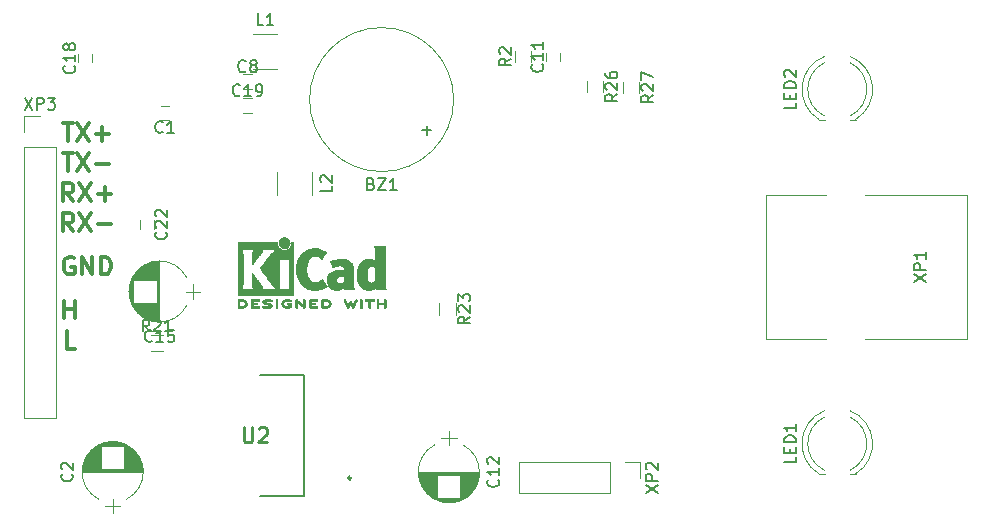
<source format=gbr>
G04 #@! TF.FileFunction,Legend,Top*
%FSLAX46Y46*%
G04 Gerber Fmt 4.6, Leading zero omitted, Abs format (unit mm)*
G04 Created by KiCad (PCBNEW 4.0.7-e2-6376~58~ubuntu16.04.1) date Sat Oct 21 11:32:06 2017*
%MOMM*%
%LPD*%
G01*
G04 APERTURE LIST*
%ADD10C,0.100000*%
%ADD11C,0.300000*%
%ADD12C,0.010000*%
%ADD13C,0.120000*%
%ADD14C,0.200000*%
%ADD15C,0.254000*%
%ADD16C,0.150000*%
G04 APERTURE END LIST*
D10*
D11*
X111571429Y-105403571D02*
X111571429Y-103903571D01*
X111571429Y-104617857D02*
X112428572Y-104617857D01*
X112428572Y-105403571D02*
X112428572Y-103903571D01*
X112464286Y-107953571D02*
X111750000Y-107953571D01*
X111750000Y-106453571D01*
X112357143Y-100250000D02*
X112214286Y-100178571D01*
X112000000Y-100178571D01*
X111785715Y-100250000D01*
X111642857Y-100392857D01*
X111571429Y-100535714D01*
X111500000Y-100821429D01*
X111500000Y-101035714D01*
X111571429Y-101321429D01*
X111642857Y-101464286D01*
X111785715Y-101607143D01*
X112000000Y-101678571D01*
X112142857Y-101678571D01*
X112357143Y-101607143D01*
X112428572Y-101535714D01*
X112428572Y-101035714D01*
X112142857Y-101035714D01*
X113071429Y-101678571D02*
X113071429Y-100178571D01*
X113928572Y-101678571D01*
X113928572Y-100178571D01*
X114642858Y-101678571D02*
X114642858Y-100178571D01*
X115000001Y-100178571D01*
X115214286Y-100250000D01*
X115357144Y-100392857D01*
X115428572Y-100535714D01*
X115500001Y-100821429D01*
X115500001Y-101035714D01*
X115428572Y-101321429D01*
X115357144Y-101464286D01*
X115214286Y-101607143D01*
X115000001Y-101678571D01*
X114642858Y-101678571D01*
X111428572Y-88853571D02*
X112285715Y-88853571D01*
X111857144Y-90353571D02*
X111857144Y-88853571D01*
X112642858Y-88853571D02*
X113642858Y-90353571D01*
X113642858Y-88853571D02*
X112642858Y-90353571D01*
X114214286Y-89782143D02*
X115357143Y-89782143D01*
X114785714Y-90353571D02*
X114785714Y-89210714D01*
X111428572Y-91403571D02*
X112285715Y-91403571D01*
X111857144Y-92903571D02*
X111857144Y-91403571D01*
X112642858Y-91403571D02*
X113642858Y-92903571D01*
X113642858Y-91403571D02*
X112642858Y-92903571D01*
X114214286Y-92332143D02*
X115357143Y-92332143D01*
X112321429Y-95453571D02*
X111821429Y-94739286D01*
X111464286Y-95453571D02*
X111464286Y-93953571D01*
X112035714Y-93953571D01*
X112178572Y-94025000D01*
X112250000Y-94096429D01*
X112321429Y-94239286D01*
X112321429Y-94453571D01*
X112250000Y-94596429D01*
X112178572Y-94667857D01*
X112035714Y-94739286D01*
X111464286Y-94739286D01*
X112821429Y-93953571D02*
X113821429Y-95453571D01*
X113821429Y-93953571D02*
X112821429Y-95453571D01*
X114392857Y-94882143D02*
X115535714Y-94882143D01*
X114964285Y-95453571D02*
X114964285Y-94310714D01*
X112321429Y-98003571D02*
X111821429Y-97289286D01*
X111464286Y-98003571D02*
X111464286Y-96503571D01*
X112035714Y-96503571D01*
X112178572Y-96575000D01*
X112250000Y-96646429D01*
X112321429Y-96789286D01*
X112321429Y-97003571D01*
X112250000Y-97146429D01*
X112178572Y-97217857D01*
X112035714Y-97289286D01*
X111464286Y-97289286D01*
X112821429Y-96503571D02*
X113821429Y-98003571D01*
X113821429Y-96503571D02*
X112821429Y-98003571D01*
X114392857Y-97432143D02*
X115535714Y-97432143D01*
D12*
G36*
X126378629Y-103769066D02*
X126418111Y-103769467D01*
X126533800Y-103772259D01*
X126630689Y-103780550D01*
X126712081Y-103795232D01*
X126781277Y-103817193D01*
X126841580Y-103847322D01*
X126896292Y-103886510D01*
X126915833Y-103903532D01*
X126948250Y-103943363D01*
X126977480Y-103997413D01*
X127000009Y-104057323D01*
X127012321Y-104114739D01*
X127013600Y-104135956D01*
X127005583Y-104194769D01*
X126984101Y-104259013D01*
X126953001Y-104319821D01*
X126916134Y-104368330D01*
X126910146Y-104374182D01*
X126859421Y-104415321D01*
X126803875Y-104447435D01*
X126740304Y-104471365D01*
X126665506Y-104487953D01*
X126576278Y-104498041D01*
X126469418Y-104502469D01*
X126420472Y-104502845D01*
X126358238Y-104502545D01*
X126314472Y-104501292D01*
X126285069Y-104498554D01*
X126265921Y-104493801D01*
X126252923Y-104486501D01*
X126245955Y-104480267D01*
X126239374Y-104472694D01*
X126234212Y-104462924D01*
X126230297Y-104448340D01*
X126227457Y-104426326D01*
X126225520Y-104394264D01*
X126224316Y-104349536D01*
X126223672Y-104289526D01*
X126223417Y-104211617D01*
X126223378Y-104135956D01*
X126223130Y-104035041D01*
X126223183Y-103954427D01*
X126224143Y-103915822D01*
X126370133Y-103915822D01*
X126370133Y-104356089D01*
X126463266Y-104356004D01*
X126519307Y-104354396D01*
X126578001Y-104350256D01*
X126626972Y-104344464D01*
X126628462Y-104344226D01*
X126707608Y-104325090D01*
X126768998Y-104295287D01*
X126815695Y-104252878D01*
X126845365Y-104206961D01*
X126863647Y-104156026D01*
X126862229Y-104108200D01*
X126841012Y-104056933D01*
X126799511Y-104003899D01*
X126742002Y-103964600D01*
X126667250Y-103938331D01*
X126617292Y-103929035D01*
X126560584Y-103922507D01*
X126500481Y-103917782D01*
X126449361Y-103915817D01*
X126446333Y-103915808D01*
X126370133Y-103915822D01*
X126224143Y-103915822D01*
X126224740Y-103891851D01*
X126229002Y-103845055D01*
X126237170Y-103811778D01*
X126250444Y-103789759D01*
X126270026Y-103776739D01*
X126297117Y-103770457D01*
X126332918Y-103768653D01*
X126378629Y-103769066D01*
X126378629Y-103769066D01*
G37*
X126378629Y-103769066D02*
X126418111Y-103769467D01*
X126533800Y-103772259D01*
X126630689Y-103780550D01*
X126712081Y-103795232D01*
X126781277Y-103817193D01*
X126841580Y-103847322D01*
X126896292Y-103886510D01*
X126915833Y-103903532D01*
X126948250Y-103943363D01*
X126977480Y-103997413D01*
X127000009Y-104057323D01*
X127012321Y-104114739D01*
X127013600Y-104135956D01*
X127005583Y-104194769D01*
X126984101Y-104259013D01*
X126953001Y-104319821D01*
X126916134Y-104368330D01*
X126910146Y-104374182D01*
X126859421Y-104415321D01*
X126803875Y-104447435D01*
X126740304Y-104471365D01*
X126665506Y-104487953D01*
X126576278Y-104498041D01*
X126469418Y-104502469D01*
X126420472Y-104502845D01*
X126358238Y-104502545D01*
X126314472Y-104501292D01*
X126285069Y-104498554D01*
X126265921Y-104493801D01*
X126252923Y-104486501D01*
X126245955Y-104480267D01*
X126239374Y-104472694D01*
X126234212Y-104462924D01*
X126230297Y-104448340D01*
X126227457Y-104426326D01*
X126225520Y-104394264D01*
X126224316Y-104349536D01*
X126223672Y-104289526D01*
X126223417Y-104211617D01*
X126223378Y-104135956D01*
X126223130Y-104035041D01*
X126223183Y-103954427D01*
X126224143Y-103915822D01*
X126370133Y-103915822D01*
X126370133Y-104356089D01*
X126463266Y-104356004D01*
X126519307Y-104354396D01*
X126578001Y-104350256D01*
X126626972Y-104344464D01*
X126628462Y-104344226D01*
X126707608Y-104325090D01*
X126768998Y-104295287D01*
X126815695Y-104252878D01*
X126845365Y-104206961D01*
X126863647Y-104156026D01*
X126862229Y-104108200D01*
X126841012Y-104056933D01*
X126799511Y-104003899D01*
X126742002Y-103964600D01*
X126667250Y-103938331D01*
X126617292Y-103929035D01*
X126560584Y-103922507D01*
X126500481Y-103917782D01*
X126449361Y-103915817D01*
X126446333Y-103915808D01*
X126370133Y-103915822D01*
X126224143Y-103915822D01*
X126224740Y-103891851D01*
X126229002Y-103845055D01*
X126237170Y-103811778D01*
X126250444Y-103789759D01*
X126270026Y-103776739D01*
X126297117Y-103770457D01*
X126332918Y-103768653D01*
X126378629Y-103769066D01*
G36*
X127787206Y-103769146D02*
X127856614Y-103769518D01*
X127909003Y-103770385D01*
X127947153Y-103771946D01*
X127973841Y-103774403D01*
X127991847Y-103777957D01*
X128003951Y-103782810D01*
X128012931Y-103789161D01*
X128016182Y-103792084D01*
X128035957Y-103823142D01*
X128039518Y-103858828D01*
X128026509Y-103890510D01*
X128020494Y-103896913D01*
X128010765Y-103903121D01*
X127995099Y-103907910D01*
X127970592Y-103911514D01*
X127934339Y-103914164D01*
X127883435Y-103916095D01*
X127814974Y-103917539D01*
X127752383Y-103918418D01*
X127504666Y-103921467D01*
X127501281Y-103986378D01*
X127497895Y-104051289D01*
X127666042Y-104051289D01*
X127739041Y-104051919D01*
X127792483Y-104054553D01*
X127829372Y-104060309D01*
X127852712Y-104070304D01*
X127865506Y-104085656D01*
X127870758Y-104107482D01*
X127871555Y-104127738D01*
X127869077Y-104152592D01*
X127859723Y-104170906D01*
X127840617Y-104183637D01*
X127808882Y-104191741D01*
X127761641Y-104196176D01*
X127696017Y-104197899D01*
X127660199Y-104198045D01*
X127499022Y-104198045D01*
X127499022Y-104356089D01*
X127747378Y-104356089D01*
X127828787Y-104356202D01*
X127890658Y-104356712D01*
X127936032Y-104357870D01*
X127967946Y-104359930D01*
X127989441Y-104363146D01*
X128003557Y-104367772D01*
X128013332Y-104374059D01*
X128018311Y-104378667D01*
X128035390Y-104405560D01*
X128040889Y-104429467D01*
X128033037Y-104458667D01*
X128018311Y-104480267D01*
X128010454Y-104487066D01*
X128000312Y-104492346D01*
X127985156Y-104496298D01*
X127962259Y-104499113D01*
X127928891Y-104500982D01*
X127882325Y-104502098D01*
X127819833Y-104502651D01*
X127738686Y-104502833D01*
X127696578Y-104502845D01*
X127606402Y-104502765D01*
X127536076Y-104502398D01*
X127482871Y-104501552D01*
X127444060Y-104500036D01*
X127416913Y-104497659D01*
X127398702Y-104494229D01*
X127386700Y-104489554D01*
X127378178Y-104483444D01*
X127374844Y-104480267D01*
X127368245Y-104472670D01*
X127363073Y-104462870D01*
X127359154Y-104448239D01*
X127356316Y-104426152D01*
X127354385Y-104393982D01*
X127353188Y-104349103D01*
X127352552Y-104288889D01*
X127352303Y-104210713D01*
X127352266Y-104137923D01*
X127352300Y-104044707D01*
X127352535Y-103971431D01*
X127353170Y-103915458D01*
X127354406Y-103874151D01*
X127356444Y-103844872D01*
X127359483Y-103824984D01*
X127363723Y-103811850D01*
X127369365Y-103802832D01*
X127376609Y-103795293D01*
X127378394Y-103793612D01*
X127387055Y-103786172D01*
X127397118Y-103780409D01*
X127411375Y-103776112D01*
X127432617Y-103773064D01*
X127463636Y-103771051D01*
X127507223Y-103769860D01*
X127566169Y-103769275D01*
X127643266Y-103769083D01*
X127697999Y-103769067D01*
X127787206Y-103769146D01*
X127787206Y-103769146D01*
G37*
X127787206Y-103769146D02*
X127856614Y-103769518D01*
X127909003Y-103770385D01*
X127947153Y-103771946D01*
X127973841Y-103774403D01*
X127991847Y-103777957D01*
X128003951Y-103782810D01*
X128012931Y-103789161D01*
X128016182Y-103792084D01*
X128035957Y-103823142D01*
X128039518Y-103858828D01*
X128026509Y-103890510D01*
X128020494Y-103896913D01*
X128010765Y-103903121D01*
X127995099Y-103907910D01*
X127970592Y-103911514D01*
X127934339Y-103914164D01*
X127883435Y-103916095D01*
X127814974Y-103917539D01*
X127752383Y-103918418D01*
X127504666Y-103921467D01*
X127501281Y-103986378D01*
X127497895Y-104051289D01*
X127666042Y-104051289D01*
X127739041Y-104051919D01*
X127792483Y-104054553D01*
X127829372Y-104060309D01*
X127852712Y-104070304D01*
X127865506Y-104085656D01*
X127870758Y-104107482D01*
X127871555Y-104127738D01*
X127869077Y-104152592D01*
X127859723Y-104170906D01*
X127840617Y-104183637D01*
X127808882Y-104191741D01*
X127761641Y-104196176D01*
X127696017Y-104197899D01*
X127660199Y-104198045D01*
X127499022Y-104198045D01*
X127499022Y-104356089D01*
X127747378Y-104356089D01*
X127828787Y-104356202D01*
X127890658Y-104356712D01*
X127936032Y-104357870D01*
X127967946Y-104359930D01*
X127989441Y-104363146D01*
X128003557Y-104367772D01*
X128013332Y-104374059D01*
X128018311Y-104378667D01*
X128035390Y-104405560D01*
X128040889Y-104429467D01*
X128033037Y-104458667D01*
X128018311Y-104480267D01*
X128010454Y-104487066D01*
X128000312Y-104492346D01*
X127985156Y-104496298D01*
X127962259Y-104499113D01*
X127928891Y-104500982D01*
X127882325Y-104502098D01*
X127819833Y-104502651D01*
X127738686Y-104502833D01*
X127696578Y-104502845D01*
X127606402Y-104502765D01*
X127536076Y-104502398D01*
X127482871Y-104501552D01*
X127444060Y-104500036D01*
X127416913Y-104497659D01*
X127398702Y-104494229D01*
X127386700Y-104489554D01*
X127378178Y-104483444D01*
X127374844Y-104480267D01*
X127368245Y-104472670D01*
X127363073Y-104462870D01*
X127359154Y-104448239D01*
X127356316Y-104426152D01*
X127354385Y-104393982D01*
X127353188Y-104349103D01*
X127352552Y-104288889D01*
X127352303Y-104210713D01*
X127352266Y-104137923D01*
X127352300Y-104044707D01*
X127352535Y-103971431D01*
X127353170Y-103915458D01*
X127354406Y-103874151D01*
X127356444Y-103844872D01*
X127359483Y-103824984D01*
X127363723Y-103811850D01*
X127369365Y-103802832D01*
X127376609Y-103795293D01*
X127378394Y-103793612D01*
X127387055Y-103786172D01*
X127397118Y-103780409D01*
X127411375Y-103776112D01*
X127432617Y-103773064D01*
X127463636Y-103771051D01*
X127507223Y-103769860D01*
X127566169Y-103769275D01*
X127643266Y-103769083D01*
X127697999Y-103769067D01*
X127787206Y-103769146D01*
G36*
X128808297Y-103770351D02*
X128883112Y-103775581D01*
X128952694Y-103783750D01*
X129012998Y-103794550D01*
X129059980Y-103807673D01*
X129089594Y-103822813D01*
X129094140Y-103827269D01*
X129109946Y-103861850D01*
X129105153Y-103897351D01*
X129080636Y-103927725D01*
X129079466Y-103928596D01*
X129065046Y-103937954D01*
X129049992Y-103942876D01*
X129028995Y-103943473D01*
X128996743Y-103939861D01*
X128947927Y-103932154D01*
X128944000Y-103931505D01*
X128871261Y-103922569D01*
X128792783Y-103918161D01*
X128714073Y-103918119D01*
X128640639Y-103922279D01*
X128577989Y-103930479D01*
X128531630Y-103942557D01*
X128528584Y-103943771D01*
X128494952Y-103962615D01*
X128483136Y-103981685D01*
X128492386Y-104000439D01*
X128521953Y-104018337D01*
X128571089Y-104034837D01*
X128639043Y-104049396D01*
X128684355Y-104056406D01*
X128778544Y-104069889D01*
X128853456Y-104082214D01*
X128912283Y-104094449D01*
X128958215Y-104107661D01*
X128994445Y-104122917D01*
X129024162Y-104141285D01*
X129050558Y-104163831D01*
X129071770Y-104185971D01*
X129096935Y-104216819D01*
X129109319Y-104243345D01*
X129113192Y-104276026D01*
X129113333Y-104287995D01*
X129110424Y-104327712D01*
X129098798Y-104357259D01*
X129078677Y-104383486D01*
X129037784Y-104423576D01*
X128992183Y-104454149D01*
X128938487Y-104476203D01*
X128873308Y-104490735D01*
X128793256Y-104498741D01*
X128694943Y-104501218D01*
X128678711Y-104501177D01*
X128613151Y-104499818D01*
X128548134Y-104496730D01*
X128490748Y-104492356D01*
X128448078Y-104487140D01*
X128444628Y-104486541D01*
X128402204Y-104476491D01*
X128366220Y-104463796D01*
X128345850Y-104452190D01*
X128326893Y-104421572D01*
X128325573Y-104385918D01*
X128341915Y-104354144D01*
X128345571Y-104350551D01*
X128360685Y-104339876D01*
X128379585Y-104335276D01*
X128408838Y-104336059D01*
X128444349Y-104340127D01*
X128484030Y-104343762D01*
X128539655Y-104346828D01*
X128604594Y-104349053D01*
X128672215Y-104350164D01*
X128690000Y-104350237D01*
X128757872Y-104349964D01*
X128807546Y-104348646D01*
X128843390Y-104345827D01*
X128869776Y-104341050D01*
X128891074Y-104333857D01*
X128903874Y-104327867D01*
X128932000Y-104311233D01*
X128949932Y-104296168D01*
X128952553Y-104291897D01*
X128947024Y-104274263D01*
X128920740Y-104257192D01*
X128875522Y-104241458D01*
X128813192Y-104227838D01*
X128794829Y-104224804D01*
X128698910Y-104209738D01*
X128622359Y-104197146D01*
X128562220Y-104186111D01*
X128515540Y-104175720D01*
X128479363Y-104165056D01*
X128450735Y-104153205D01*
X128426702Y-104139251D01*
X128404308Y-104122281D01*
X128380598Y-104101378D01*
X128372620Y-104094049D01*
X128344647Y-104066699D01*
X128329840Y-104045029D01*
X128324048Y-104020232D01*
X128323111Y-103988983D01*
X128333425Y-103927705D01*
X128364248Y-103875640D01*
X128415405Y-103832958D01*
X128486717Y-103799825D01*
X128537600Y-103784964D01*
X128592900Y-103775366D01*
X128659147Y-103769936D01*
X128732294Y-103768367D01*
X128808297Y-103770351D01*
X128808297Y-103770351D01*
G37*
X128808297Y-103770351D02*
X128883112Y-103775581D01*
X128952694Y-103783750D01*
X129012998Y-103794550D01*
X129059980Y-103807673D01*
X129089594Y-103822813D01*
X129094140Y-103827269D01*
X129109946Y-103861850D01*
X129105153Y-103897351D01*
X129080636Y-103927725D01*
X129079466Y-103928596D01*
X129065046Y-103937954D01*
X129049992Y-103942876D01*
X129028995Y-103943473D01*
X128996743Y-103939861D01*
X128947927Y-103932154D01*
X128944000Y-103931505D01*
X128871261Y-103922569D01*
X128792783Y-103918161D01*
X128714073Y-103918119D01*
X128640639Y-103922279D01*
X128577989Y-103930479D01*
X128531630Y-103942557D01*
X128528584Y-103943771D01*
X128494952Y-103962615D01*
X128483136Y-103981685D01*
X128492386Y-104000439D01*
X128521953Y-104018337D01*
X128571089Y-104034837D01*
X128639043Y-104049396D01*
X128684355Y-104056406D01*
X128778544Y-104069889D01*
X128853456Y-104082214D01*
X128912283Y-104094449D01*
X128958215Y-104107661D01*
X128994445Y-104122917D01*
X129024162Y-104141285D01*
X129050558Y-104163831D01*
X129071770Y-104185971D01*
X129096935Y-104216819D01*
X129109319Y-104243345D01*
X129113192Y-104276026D01*
X129113333Y-104287995D01*
X129110424Y-104327712D01*
X129098798Y-104357259D01*
X129078677Y-104383486D01*
X129037784Y-104423576D01*
X128992183Y-104454149D01*
X128938487Y-104476203D01*
X128873308Y-104490735D01*
X128793256Y-104498741D01*
X128694943Y-104501218D01*
X128678711Y-104501177D01*
X128613151Y-104499818D01*
X128548134Y-104496730D01*
X128490748Y-104492356D01*
X128448078Y-104487140D01*
X128444628Y-104486541D01*
X128402204Y-104476491D01*
X128366220Y-104463796D01*
X128345850Y-104452190D01*
X128326893Y-104421572D01*
X128325573Y-104385918D01*
X128341915Y-104354144D01*
X128345571Y-104350551D01*
X128360685Y-104339876D01*
X128379585Y-104335276D01*
X128408838Y-104336059D01*
X128444349Y-104340127D01*
X128484030Y-104343762D01*
X128539655Y-104346828D01*
X128604594Y-104349053D01*
X128672215Y-104350164D01*
X128690000Y-104350237D01*
X128757872Y-104349964D01*
X128807546Y-104348646D01*
X128843390Y-104345827D01*
X128869776Y-104341050D01*
X128891074Y-104333857D01*
X128903874Y-104327867D01*
X128932000Y-104311233D01*
X128949932Y-104296168D01*
X128952553Y-104291897D01*
X128947024Y-104274263D01*
X128920740Y-104257192D01*
X128875522Y-104241458D01*
X128813192Y-104227838D01*
X128794829Y-104224804D01*
X128698910Y-104209738D01*
X128622359Y-104197146D01*
X128562220Y-104186111D01*
X128515540Y-104175720D01*
X128479363Y-104165056D01*
X128450735Y-104153205D01*
X128426702Y-104139251D01*
X128404308Y-104122281D01*
X128380598Y-104101378D01*
X128372620Y-104094049D01*
X128344647Y-104066699D01*
X128329840Y-104045029D01*
X128324048Y-104020232D01*
X128323111Y-103988983D01*
X128333425Y-103927705D01*
X128364248Y-103875640D01*
X128415405Y-103832958D01*
X128486717Y-103799825D01*
X128537600Y-103784964D01*
X128592900Y-103775366D01*
X128659147Y-103769936D01*
X128732294Y-103768367D01*
X128808297Y-103770351D01*
G36*
X129576178Y-103791645D02*
X129582758Y-103799218D01*
X129587921Y-103808987D01*
X129591836Y-103823571D01*
X129594676Y-103845585D01*
X129596613Y-103877648D01*
X129597817Y-103922375D01*
X129598461Y-103982385D01*
X129598716Y-104060294D01*
X129598755Y-104135956D01*
X129598686Y-104229802D01*
X129598362Y-104303689D01*
X129597614Y-104360232D01*
X129596268Y-104402049D01*
X129594154Y-104431757D01*
X129591100Y-104451973D01*
X129586934Y-104465314D01*
X129581484Y-104474398D01*
X129576178Y-104480267D01*
X129543174Y-104499947D01*
X129508009Y-104498181D01*
X129476545Y-104476717D01*
X129469316Y-104468337D01*
X129463666Y-104458614D01*
X129459401Y-104444861D01*
X129456327Y-104424389D01*
X129454248Y-104394512D01*
X129452970Y-104352541D01*
X129452299Y-104295789D01*
X129452041Y-104221567D01*
X129452000Y-104137537D01*
X129452000Y-103824485D01*
X129479709Y-103796776D01*
X129513863Y-103773463D01*
X129546994Y-103772623D01*
X129576178Y-103791645D01*
X129576178Y-103791645D01*
G37*
X129576178Y-103791645D02*
X129582758Y-103799218D01*
X129587921Y-103808987D01*
X129591836Y-103823571D01*
X129594676Y-103845585D01*
X129596613Y-103877648D01*
X129597817Y-103922375D01*
X129598461Y-103982385D01*
X129598716Y-104060294D01*
X129598755Y-104135956D01*
X129598686Y-104229802D01*
X129598362Y-104303689D01*
X129597614Y-104360232D01*
X129596268Y-104402049D01*
X129594154Y-104431757D01*
X129591100Y-104451973D01*
X129586934Y-104465314D01*
X129581484Y-104474398D01*
X129576178Y-104480267D01*
X129543174Y-104499947D01*
X129508009Y-104498181D01*
X129476545Y-104476717D01*
X129469316Y-104468337D01*
X129463666Y-104458614D01*
X129459401Y-104444861D01*
X129456327Y-104424389D01*
X129454248Y-104394512D01*
X129452970Y-104352541D01*
X129452299Y-104295789D01*
X129452041Y-104221567D01*
X129452000Y-104137537D01*
X129452000Y-103824485D01*
X129479709Y-103796776D01*
X129513863Y-103773463D01*
X129546994Y-103772623D01*
X129576178Y-103791645D01*
G36*
X130549919Y-103774599D02*
X130618435Y-103786095D01*
X130671057Y-103803967D01*
X130705292Y-103827499D01*
X130714621Y-103840924D01*
X130724107Y-103872148D01*
X130717723Y-103900395D01*
X130697570Y-103927182D01*
X130666255Y-103939713D01*
X130620817Y-103938696D01*
X130585674Y-103931906D01*
X130507581Y-103918971D01*
X130427774Y-103917742D01*
X130338445Y-103928241D01*
X130313771Y-103932690D01*
X130230709Y-103956108D01*
X130165727Y-103990945D01*
X130119539Y-104036604D01*
X130092855Y-104092494D01*
X130087337Y-104121388D01*
X130090949Y-104180012D01*
X130114271Y-104231879D01*
X130155176Y-104275978D01*
X130211541Y-104311299D01*
X130281240Y-104336829D01*
X130362148Y-104351559D01*
X130452140Y-104354478D01*
X130549090Y-104344575D01*
X130554564Y-104343641D01*
X130593125Y-104336459D01*
X130614506Y-104329521D01*
X130623773Y-104319227D01*
X130625994Y-104301976D01*
X130626044Y-104292841D01*
X130626044Y-104254489D01*
X130557569Y-104254489D01*
X130497100Y-104250347D01*
X130455835Y-104237147D01*
X130431825Y-104213730D01*
X130423123Y-104178936D01*
X130423017Y-104174394D01*
X130428108Y-104144654D01*
X130445567Y-104123419D01*
X130478061Y-104109366D01*
X130528257Y-104101173D01*
X130576877Y-104098161D01*
X130647544Y-104096433D01*
X130698802Y-104099070D01*
X130733761Y-104108800D01*
X130755530Y-104128353D01*
X130767220Y-104160456D01*
X130771940Y-104207838D01*
X130772800Y-104270071D01*
X130771391Y-104339535D01*
X130767152Y-104386786D01*
X130760064Y-104412012D01*
X130758689Y-104413988D01*
X130719772Y-104445508D01*
X130662714Y-104470470D01*
X130591131Y-104488340D01*
X130508642Y-104498586D01*
X130418861Y-104500673D01*
X130325408Y-104494068D01*
X130270444Y-104485956D01*
X130184234Y-104461554D01*
X130104108Y-104421662D01*
X130037023Y-104369887D01*
X130026827Y-104359539D01*
X129993698Y-104316035D01*
X129963806Y-104262118D01*
X129940643Y-104205592D01*
X129927702Y-104154259D01*
X129926142Y-104134544D01*
X129932782Y-104093419D01*
X129950432Y-104042252D01*
X129975703Y-103988394D01*
X130005211Y-103939195D01*
X130031281Y-103906334D01*
X130092235Y-103857452D01*
X130171031Y-103818545D01*
X130264843Y-103790494D01*
X130370850Y-103774179D01*
X130468000Y-103770192D01*
X130549919Y-103774599D01*
X130549919Y-103774599D01*
G37*
X130549919Y-103774599D02*
X130618435Y-103786095D01*
X130671057Y-103803967D01*
X130705292Y-103827499D01*
X130714621Y-103840924D01*
X130724107Y-103872148D01*
X130717723Y-103900395D01*
X130697570Y-103927182D01*
X130666255Y-103939713D01*
X130620817Y-103938696D01*
X130585674Y-103931906D01*
X130507581Y-103918971D01*
X130427774Y-103917742D01*
X130338445Y-103928241D01*
X130313771Y-103932690D01*
X130230709Y-103956108D01*
X130165727Y-103990945D01*
X130119539Y-104036604D01*
X130092855Y-104092494D01*
X130087337Y-104121388D01*
X130090949Y-104180012D01*
X130114271Y-104231879D01*
X130155176Y-104275978D01*
X130211541Y-104311299D01*
X130281240Y-104336829D01*
X130362148Y-104351559D01*
X130452140Y-104354478D01*
X130549090Y-104344575D01*
X130554564Y-104343641D01*
X130593125Y-104336459D01*
X130614506Y-104329521D01*
X130623773Y-104319227D01*
X130625994Y-104301976D01*
X130626044Y-104292841D01*
X130626044Y-104254489D01*
X130557569Y-104254489D01*
X130497100Y-104250347D01*
X130455835Y-104237147D01*
X130431825Y-104213730D01*
X130423123Y-104178936D01*
X130423017Y-104174394D01*
X130428108Y-104144654D01*
X130445567Y-104123419D01*
X130478061Y-104109366D01*
X130528257Y-104101173D01*
X130576877Y-104098161D01*
X130647544Y-104096433D01*
X130698802Y-104099070D01*
X130733761Y-104108800D01*
X130755530Y-104128353D01*
X130767220Y-104160456D01*
X130771940Y-104207838D01*
X130772800Y-104270071D01*
X130771391Y-104339535D01*
X130767152Y-104386786D01*
X130760064Y-104412012D01*
X130758689Y-104413988D01*
X130719772Y-104445508D01*
X130662714Y-104470470D01*
X130591131Y-104488340D01*
X130508642Y-104498586D01*
X130418861Y-104500673D01*
X130325408Y-104494068D01*
X130270444Y-104485956D01*
X130184234Y-104461554D01*
X130104108Y-104421662D01*
X130037023Y-104369887D01*
X130026827Y-104359539D01*
X129993698Y-104316035D01*
X129963806Y-104262118D01*
X129940643Y-104205592D01*
X129927702Y-104154259D01*
X129926142Y-104134544D01*
X129932782Y-104093419D01*
X129950432Y-104042252D01*
X129975703Y-103988394D01*
X130005211Y-103939195D01*
X130031281Y-103906334D01*
X130092235Y-103857452D01*
X130171031Y-103818545D01*
X130264843Y-103790494D01*
X130370850Y-103774179D01*
X130468000Y-103770192D01*
X130549919Y-103774599D01*
G36*
X131199886Y-103773448D02*
X131223452Y-103787273D01*
X131254265Y-103809881D01*
X131293922Y-103842338D01*
X131344020Y-103885708D01*
X131406157Y-103941058D01*
X131481928Y-104009451D01*
X131568666Y-104088084D01*
X131749289Y-104251878D01*
X131754933Y-104032029D01*
X131756971Y-103956351D01*
X131758937Y-103899994D01*
X131761266Y-103859706D01*
X131764394Y-103832235D01*
X131768755Y-103814329D01*
X131774784Y-103802737D01*
X131782916Y-103794208D01*
X131787228Y-103790623D01*
X131821759Y-103771670D01*
X131854617Y-103774441D01*
X131880682Y-103790633D01*
X131907333Y-103812199D01*
X131910648Y-104127151D01*
X131911565Y-104219779D01*
X131912032Y-104292544D01*
X131911887Y-104348161D01*
X131910968Y-104389342D01*
X131909113Y-104418803D01*
X131906161Y-104439255D01*
X131901950Y-104453413D01*
X131896318Y-104463991D01*
X131890073Y-104472474D01*
X131876561Y-104488207D01*
X131863117Y-104498636D01*
X131847876Y-104502639D01*
X131828974Y-104499094D01*
X131804545Y-104486879D01*
X131772727Y-104464871D01*
X131731652Y-104431949D01*
X131679458Y-104386991D01*
X131614278Y-104328875D01*
X131540444Y-104262099D01*
X131275155Y-104021458D01*
X131269511Y-104240589D01*
X131267469Y-104316128D01*
X131265498Y-104372354D01*
X131263161Y-104412524D01*
X131260019Y-104439896D01*
X131255636Y-104457728D01*
X131249576Y-104469279D01*
X131241400Y-104477807D01*
X131237216Y-104481282D01*
X131200235Y-104500372D01*
X131165292Y-104497493D01*
X131134864Y-104473100D01*
X131127903Y-104463286D01*
X131122477Y-104451826D01*
X131118397Y-104435968D01*
X131115471Y-104412963D01*
X131113508Y-104380062D01*
X131112317Y-104334516D01*
X131111708Y-104273573D01*
X131111489Y-104194486D01*
X131111466Y-104135956D01*
X131111540Y-104044407D01*
X131111887Y-103972687D01*
X131112699Y-103918045D01*
X131114167Y-103877732D01*
X131116481Y-103848998D01*
X131119833Y-103829093D01*
X131124412Y-103815268D01*
X131130411Y-103804772D01*
X131134864Y-103798811D01*
X131146150Y-103784691D01*
X131156699Y-103774029D01*
X131168107Y-103767892D01*
X131181970Y-103767343D01*
X131199886Y-103773448D01*
X131199886Y-103773448D01*
G37*
X131199886Y-103773448D02*
X131223452Y-103787273D01*
X131254265Y-103809881D01*
X131293922Y-103842338D01*
X131344020Y-103885708D01*
X131406157Y-103941058D01*
X131481928Y-104009451D01*
X131568666Y-104088084D01*
X131749289Y-104251878D01*
X131754933Y-104032029D01*
X131756971Y-103956351D01*
X131758937Y-103899994D01*
X131761266Y-103859706D01*
X131764394Y-103832235D01*
X131768755Y-103814329D01*
X131774784Y-103802737D01*
X131782916Y-103794208D01*
X131787228Y-103790623D01*
X131821759Y-103771670D01*
X131854617Y-103774441D01*
X131880682Y-103790633D01*
X131907333Y-103812199D01*
X131910648Y-104127151D01*
X131911565Y-104219779D01*
X131912032Y-104292544D01*
X131911887Y-104348161D01*
X131910968Y-104389342D01*
X131909113Y-104418803D01*
X131906161Y-104439255D01*
X131901950Y-104453413D01*
X131896318Y-104463991D01*
X131890073Y-104472474D01*
X131876561Y-104488207D01*
X131863117Y-104498636D01*
X131847876Y-104502639D01*
X131828974Y-104499094D01*
X131804545Y-104486879D01*
X131772727Y-104464871D01*
X131731652Y-104431949D01*
X131679458Y-104386991D01*
X131614278Y-104328875D01*
X131540444Y-104262099D01*
X131275155Y-104021458D01*
X131269511Y-104240589D01*
X131267469Y-104316128D01*
X131265498Y-104372354D01*
X131263161Y-104412524D01*
X131260019Y-104439896D01*
X131255636Y-104457728D01*
X131249576Y-104469279D01*
X131241400Y-104477807D01*
X131237216Y-104481282D01*
X131200235Y-104500372D01*
X131165292Y-104497493D01*
X131134864Y-104473100D01*
X131127903Y-104463286D01*
X131122477Y-104451826D01*
X131118397Y-104435968D01*
X131115471Y-104412963D01*
X131113508Y-104380062D01*
X131112317Y-104334516D01*
X131111708Y-104273573D01*
X131111489Y-104194486D01*
X131111466Y-104135956D01*
X131111540Y-104044407D01*
X131111887Y-103972687D01*
X131112699Y-103918045D01*
X131114167Y-103877732D01*
X131116481Y-103848998D01*
X131119833Y-103829093D01*
X131124412Y-103815268D01*
X131130411Y-103804772D01*
X131134864Y-103798811D01*
X131146150Y-103784691D01*
X131156699Y-103774029D01*
X131168107Y-103767892D01*
X131181970Y-103767343D01*
X131199886Y-103773448D01*
G36*
X132730343Y-103769260D02*
X132806701Y-103770174D01*
X132865217Y-103772311D01*
X132908255Y-103776175D01*
X132938183Y-103782267D01*
X132957368Y-103791090D01*
X132968176Y-103803146D01*
X132972973Y-103818939D01*
X132974127Y-103838970D01*
X132974133Y-103841335D01*
X132973131Y-103863992D01*
X132968396Y-103881503D01*
X132957333Y-103894574D01*
X132937348Y-103903913D01*
X132905846Y-103910227D01*
X132860232Y-103914222D01*
X132797913Y-103916606D01*
X132716293Y-103918086D01*
X132691277Y-103918414D01*
X132449200Y-103921467D01*
X132445814Y-103986378D01*
X132442429Y-104051289D01*
X132610576Y-104051289D01*
X132676266Y-104051531D01*
X132723172Y-104052556D01*
X132755083Y-104054811D01*
X132775791Y-104058742D01*
X132789084Y-104064798D01*
X132798755Y-104073424D01*
X132798817Y-104073493D01*
X132816356Y-104107112D01*
X132815722Y-104143448D01*
X132797314Y-104174423D01*
X132793671Y-104177607D01*
X132780741Y-104185812D01*
X132763024Y-104191521D01*
X132736570Y-104195162D01*
X132697432Y-104197167D01*
X132641662Y-104197964D01*
X132605994Y-104198045D01*
X132443555Y-104198045D01*
X132443555Y-104356089D01*
X132690161Y-104356089D01*
X132771580Y-104356231D01*
X132833410Y-104356814D01*
X132878637Y-104358068D01*
X132910248Y-104360227D01*
X132931231Y-104363523D01*
X132944573Y-104368189D01*
X132953261Y-104374457D01*
X132955450Y-104376733D01*
X132971614Y-104408280D01*
X132972797Y-104444168D01*
X132959536Y-104475285D01*
X132949043Y-104485271D01*
X132938129Y-104490769D01*
X132921217Y-104495022D01*
X132895633Y-104498180D01*
X132858701Y-104500392D01*
X132807746Y-104501806D01*
X132740094Y-104502572D01*
X132653069Y-104502838D01*
X132633394Y-104502845D01*
X132544911Y-104502787D01*
X132476227Y-104502467D01*
X132424564Y-104501667D01*
X132387145Y-104500167D01*
X132361190Y-104497749D01*
X132343922Y-104494194D01*
X132332562Y-104489282D01*
X132324332Y-104482795D01*
X132319817Y-104478138D01*
X132313021Y-104469889D01*
X132307712Y-104459669D01*
X132303706Y-104444800D01*
X132300821Y-104422602D01*
X132298874Y-104390393D01*
X132297681Y-104345496D01*
X132297061Y-104285228D01*
X132296829Y-104206911D01*
X132296800Y-104140994D01*
X132296871Y-104048628D01*
X132297208Y-103976117D01*
X132297998Y-103920737D01*
X132299426Y-103879765D01*
X132301679Y-103850478D01*
X132304943Y-103830153D01*
X132309404Y-103816066D01*
X132315248Y-103805495D01*
X132320197Y-103798811D01*
X132343594Y-103769067D01*
X132633774Y-103769067D01*
X132730343Y-103769260D01*
X132730343Y-103769260D01*
G37*
X132730343Y-103769260D02*
X132806701Y-103770174D01*
X132865217Y-103772311D01*
X132908255Y-103776175D01*
X132938183Y-103782267D01*
X132957368Y-103791090D01*
X132968176Y-103803146D01*
X132972973Y-103818939D01*
X132974127Y-103838970D01*
X132974133Y-103841335D01*
X132973131Y-103863992D01*
X132968396Y-103881503D01*
X132957333Y-103894574D01*
X132937348Y-103903913D01*
X132905846Y-103910227D01*
X132860232Y-103914222D01*
X132797913Y-103916606D01*
X132716293Y-103918086D01*
X132691277Y-103918414D01*
X132449200Y-103921467D01*
X132445814Y-103986378D01*
X132442429Y-104051289D01*
X132610576Y-104051289D01*
X132676266Y-104051531D01*
X132723172Y-104052556D01*
X132755083Y-104054811D01*
X132775791Y-104058742D01*
X132789084Y-104064798D01*
X132798755Y-104073424D01*
X132798817Y-104073493D01*
X132816356Y-104107112D01*
X132815722Y-104143448D01*
X132797314Y-104174423D01*
X132793671Y-104177607D01*
X132780741Y-104185812D01*
X132763024Y-104191521D01*
X132736570Y-104195162D01*
X132697432Y-104197167D01*
X132641662Y-104197964D01*
X132605994Y-104198045D01*
X132443555Y-104198045D01*
X132443555Y-104356089D01*
X132690161Y-104356089D01*
X132771580Y-104356231D01*
X132833410Y-104356814D01*
X132878637Y-104358068D01*
X132910248Y-104360227D01*
X132931231Y-104363523D01*
X132944573Y-104368189D01*
X132953261Y-104374457D01*
X132955450Y-104376733D01*
X132971614Y-104408280D01*
X132972797Y-104444168D01*
X132959536Y-104475285D01*
X132949043Y-104485271D01*
X132938129Y-104490769D01*
X132921217Y-104495022D01*
X132895633Y-104498180D01*
X132858701Y-104500392D01*
X132807746Y-104501806D01*
X132740094Y-104502572D01*
X132653069Y-104502838D01*
X132633394Y-104502845D01*
X132544911Y-104502787D01*
X132476227Y-104502467D01*
X132424564Y-104501667D01*
X132387145Y-104500167D01*
X132361190Y-104497749D01*
X132343922Y-104494194D01*
X132332562Y-104489282D01*
X132324332Y-104482795D01*
X132319817Y-104478138D01*
X132313021Y-104469889D01*
X132307712Y-104459669D01*
X132303706Y-104444800D01*
X132300821Y-104422602D01*
X132298874Y-104390393D01*
X132297681Y-104345496D01*
X132297061Y-104285228D01*
X132296829Y-104206911D01*
X132296800Y-104140994D01*
X132296871Y-104048628D01*
X132297208Y-103976117D01*
X132297998Y-103920737D01*
X132299426Y-103879765D01*
X132301679Y-103850478D01*
X132304943Y-103830153D01*
X132309404Y-103816066D01*
X132315248Y-103805495D01*
X132320197Y-103798811D01*
X132343594Y-103769067D01*
X132633774Y-103769067D01*
X132730343Y-103769260D01*
G36*
X133518309Y-103769275D02*
X133647288Y-103773636D01*
X133756991Y-103786861D01*
X133849226Y-103809741D01*
X133925802Y-103843070D01*
X133988527Y-103887638D01*
X134039212Y-103944236D01*
X134079663Y-104013658D01*
X134080459Y-104015351D01*
X134104601Y-104077483D01*
X134113203Y-104132509D01*
X134106231Y-104187887D01*
X134083654Y-104251073D01*
X134079372Y-104260689D01*
X134050172Y-104316966D01*
X134017356Y-104360451D01*
X133975002Y-104397417D01*
X133917190Y-104434135D01*
X133913831Y-104436052D01*
X133863504Y-104460227D01*
X133806621Y-104478282D01*
X133739527Y-104490839D01*
X133658565Y-104498522D01*
X133560082Y-104501953D01*
X133525286Y-104502251D01*
X133359594Y-104502845D01*
X133336197Y-104473100D01*
X133329257Y-104463319D01*
X133323842Y-104451897D01*
X133319765Y-104436095D01*
X133316837Y-104413175D01*
X133314867Y-104380396D01*
X133314225Y-104356089D01*
X133470844Y-104356089D01*
X133564726Y-104356089D01*
X133619664Y-104354483D01*
X133676060Y-104350255D01*
X133722345Y-104344292D01*
X133725139Y-104343790D01*
X133807348Y-104321736D01*
X133871114Y-104288600D01*
X133918452Y-104242847D01*
X133951382Y-104182939D01*
X133957108Y-104167061D01*
X133962721Y-104142333D01*
X133960291Y-104117902D01*
X133948467Y-104085400D01*
X133941340Y-104069434D01*
X133918000Y-104027006D01*
X133889880Y-103997240D01*
X133858940Y-103976511D01*
X133796966Y-103949537D01*
X133717651Y-103929998D01*
X133625253Y-103918746D01*
X133558333Y-103916270D01*
X133470844Y-103915822D01*
X133470844Y-104356089D01*
X133314225Y-104356089D01*
X133313668Y-104335021D01*
X133313050Y-104274311D01*
X133312825Y-104195526D01*
X133312800Y-104133920D01*
X133312800Y-103824485D01*
X133340509Y-103796776D01*
X133352806Y-103785544D01*
X133366103Y-103777853D01*
X133384672Y-103773040D01*
X133412786Y-103770446D01*
X133454717Y-103769410D01*
X133514737Y-103769270D01*
X133518309Y-103769275D01*
X133518309Y-103769275D01*
G37*
X133518309Y-103769275D02*
X133647288Y-103773636D01*
X133756991Y-103786861D01*
X133849226Y-103809741D01*
X133925802Y-103843070D01*
X133988527Y-103887638D01*
X134039212Y-103944236D01*
X134079663Y-104013658D01*
X134080459Y-104015351D01*
X134104601Y-104077483D01*
X134113203Y-104132509D01*
X134106231Y-104187887D01*
X134083654Y-104251073D01*
X134079372Y-104260689D01*
X134050172Y-104316966D01*
X134017356Y-104360451D01*
X133975002Y-104397417D01*
X133917190Y-104434135D01*
X133913831Y-104436052D01*
X133863504Y-104460227D01*
X133806621Y-104478282D01*
X133739527Y-104490839D01*
X133658565Y-104498522D01*
X133560082Y-104501953D01*
X133525286Y-104502251D01*
X133359594Y-104502845D01*
X133336197Y-104473100D01*
X133329257Y-104463319D01*
X133323842Y-104451897D01*
X133319765Y-104436095D01*
X133316837Y-104413175D01*
X133314867Y-104380396D01*
X133314225Y-104356089D01*
X133470844Y-104356089D01*
X133564726Y-104356089D01*
X133619664Y-104354483D01*
X133676060Y-104350255D01*
X133722345Y-104344292D01*
X133725139Y-104343790D01*
X133807348Y-104321736D01*
X133871114Y-104288600D01*
X133918452Y-104242847D01*
X133951382Y-104182939D01*
X133957108Y-104167061D01*
X133962721Y-104142333D01*
X133960291Y-104117902D01*
X133948467Y-104085400D01*
X133941340Y-104069434D01*
X133918000Y-104027006D01*
X133889880Y-103997240D01*
X133858940Y-103976511D01*
X133796966Y-103949537D01*
X133717651Y-103929998D01*
X133625253Y-103918746D01*
X133558333Y-103916270D01*
X133470844Y-103915822D01*
X133470844Y-104356089D01*
X133314225Y-104356089D01*
X133313668Y-104335021D01*
X133313050Y-104274311D01*
X133312825Y-104195526D01*
X133312800Y-104133920D01*
X133312800Y-103824485D01*
X133340509Y-103796776D01*
X133352806Y-103785544D01*
X133366103Y-103777853D01*
X133384672Y-103773040D01*
X133412786Y-103770446D01*
X133454717Y-103769410D01*
X133514737Y-103769270D01*
X133518309Y-103769275D01*
G36*
X136244665Y-103771034D02*
X136264255Y-103778035D01*
X136265010Y-103778377D01*
X136291613Y-103798678D01*
X136306270Y-103819561D01*
X136309138Y-103829352D01*
X136308996Y-103842361D01*
X136304961Y-103860895D01*
X136296146Y-103887257D01*
X136281669Y-103923752D01*
X136260645Y-103972687D01*
X136232188Y-104036365D01*
X136195415Y-104117093D01*
X136175175Y-104161216D01*
X136138625Y-104239985D01*
X136104315Y-104312423D01*
X136073552Y-104375880D01*
X136047648Y-104427708D01*
X136027910Y-104465259D01*
X136015650Y-104485884D01*
X136013224Y-104488733D01*
X135982183Y-104501302D01*
X135947121Y-104499619D01*
X135919000Y-104484332D01*
X135917854Y-104483089D01*
X135906668Y-104466154D01*
X135887904Y-104433170D01*
X135863875Y-104388380D01*
X135836897Y-104336032D01*
X135827201Y-104316742D01*
X135754014Y-104170150D01*
X135674240Y-104329393D01*
X135645767Y-104384415D01*
X135619350Y-104432132D01*
X135597148Y-104468893D01*
X135581319Y-104491044D01*
X135575954Y-104495741D01*
X135534257Y-104502102D01*
X135499849Y-104488733D01*
X135489728Y-104474446D01*
X135472214Y-104442692D01*
X135448735Y-104396597D01*
X135420720Y-104339285D01*
X135389599Y-104273880D01*
X135356799Y-104203507D01*
X135323750Y-104131291D01*
X135291881Y-104060355D01*
X135262619Y-103993825D01*
X135237395Y-103934826D01*
X135217636Y-103886481D01*
X135204772Y-103851915D01*
X135200231Y-103834253D01*
X135200277Y-103833613D01*
X135211326Y-103811388D01*
X135233410Y-103788753D01*
X135234710Y-103787768D01*
X135261853Y-103772425D01*
X135286958Y-103772574D01*
X135296368Y-103775466D01*
X135307834Y-103781718D01*
X135320010Y-103794014D01*
X135334357Y-103814908D01*
X135352336Y-103846949D01*
X135375407Y-103892688D01*
X135405030Y-103954677D01*
X135431745Y-104011898D01*
X135462480Y-104078226D01*
X135490021Y-104137874D01*
X135512938Y-104187725D01*
X135529798Y-104224664D01*
X135539173Y-104245573D01*
X135540540Y-104248845D01*
X135546689Y-104243497D01*
X135560822Y-104221109D01*
X135581057Y-104184946D01*
X135605515Y-104138277D01*
X135615248Y-104119022D01*
X135648217Y-104054004D01*
X135673643Y-104006654D01*
X135693612Y-103974219D01*
X135710210Y-103953946D01*
X135725524Y-103943082D01*
X135741640Y-103938875D01*
X135752143Y-103938400D01*
X135770670Y-103940042D01*
X135786904Y-103946831D01*
X135803035Y-103961566D01*
X135821251Y-103987044D01*
X135843739Y-104026061D01*
X135872689Y-104081414D01*
X135888662Y-104112903D01*
X135914570Y-104163087D01*
X135937167Y-104204704D01*
X135954458Y-104234242D01*
X135964450Y-104248189D01*
X135965809Y-104248770D01*
X135972261Y-104237793D01*
X135986708Y-104209290D01*
X136007703Y-104166244D01*
X136033797Y-104111638D01*
X136063546Y-104048454D01*
X136078180Y-104017071D01*
X136116250Y-103936078D01*
X136146905Y-103873756D01*
X136171737Y-103828071D01*
X136192337Y-103796989D01*
X136210298Y-103778478D01*
X136227210Y-103770504D01*
X136244665Y-103771034D01*
X136244665Y-103771034D01*
G37*
X136244665Y-103771034D02*
X136264255Y-103778035D01*
X136265010Y-103778377D01*
X136291613Y-103798678D01*
X136306270Y-103819561D01*
X136309138Y-103829352D01*
X136308996Y-103842361D01*
X136304961Y-103860895D01*
X136296146Y-103887257D01*
X136281669Y-103923752D01*
X136260645Y-103972687D01*
X136232188Y-104036365D01*
X136195415Y-104117093D01*
X136175175Y-104161216D01*
X136138625Y-104239985D01*
X136104315Y-104312423D01*
X136073552Y-104375880D01*
X136047648Y-104427708D01*
X136027910Y-104465259D01*
X136015650Y-104485884D01*
X136013224Y-104488733D01*
X135982183Y-104501302D01*
X135947121Y-104499619D01*
X135919000Y-104484332D01*
X135917854Y-104483089D01*
X135906668Y-104466154D01*
X135887904Y-104433170D01*
X135863875Y-104388380D01*
X135836897Y-104336032D01*
X135827201Y-104316742D01*
X135754014Y-104170150D01*
X135674240Y-104329393D01*
X135645767Y-104384415D01*
X135619350Y-104432132D01*
X135597148Y-104468893D01*
X135581319Y-104491044D01*
X135575954Y-104495741D01*
X135534257Y-104502102D01*
X135499849Y-104488733D01*
X135489728Y-104474446D01*
X135472214Y-104442692D01*
X135448735Y-104396597D01*
X135420720Y-104339285D01*
X135389599Y-104273880D01*
X135356799Y-104203507D01*
X135323750Y-104131291D01*
X135291881Y-104060355D01*
X135262619Y-103993825D01*
X135237395Y-103934826D01*
X135217636Y-103886481D01*
X135204772Y-103851915D01*
X135200231Y-103834253D01*
X135200277Y-103833613D01*
X135211326Y-103811388D01*
X135233410Y-103788753D01*
X135234710Y-103787768D01*
X135261853Y-103772425D01*
X135286958Y-103772574D01*
X135296368Y-103775466D01*
X135307834Y-103781718D01*
X135320010Y-103794014D01*
X135334357Y-103814908D01*
X135352336Y-103846949D01*
X135375407Y-103892688D01*
X135405030Y-103954677D01*
X135431745Y-104011898D01*
X135462480Y-104078226D01*
X135490021Y-104137874D01*
X135512938Y-104187725D01*
X135529798Y-104224664D01*
X135539173Y-104245573D01*
X135540540Y-104248845D01*
X135546689Y-104243497D01*
X135560822Y-104221109D01*
X135581057Y-104184946D01*
X135605515Y-104138277D01*
X135615248Y-104119022D01*
X135648217Y-104054004D01*
X135673643Y-104006654D01*
X135693612Y-103974219D01*
X135710210Y-103953946D01*
X135725524Y-103943082D01*
X135741640Y-103938875D01*
X135752143Y-103938400D01*
X135770670Y-103940042D01*
X135786904Y-103946831D01*
X135803035Y-103961566D01*
X135821251Y-103987044D01*
X135843739Y-104026061D01*
X135872689Y-104081414D01*
X135888662Y-104112903D01*
X135914570Y-104163087D01*
X135937167Y-104204704D01*
X135954458Y-104234242D01*
X135964450Y-104248189D01*
X135965809Y-104248770D01*
X135972261Y-104237793D01*
X135986708Y-104209290D01*
X136007703Y-104166244D01*
X136033797Y-104111638D01*
X136063546Y-104048454D01*
X136078180Y-104017071D01*
X136116250Y-103936078D01*
X136146905Y-103873756D01*
X136171737Y-103828071D01*
X136192337Y-103796989D01*
X136210298Y-103778478D01*
X136227210Y-103770504D01*
X136244665Y-103771034D01*
G36*
X136688614Y-103775877D02*
X136712327Y-103790647D01*
X136738978Y-103812227D01*
X136738978Y-104133773D01*
X136738893Y-104227830D01*
X136738529Y-104301932D01*
X136737724Y-104358704D01*
X136736313Y-104400768D01*
X136734133Y-104430748D01*
X136731021Y-104451267D01*
X136726814Y-104464949D01*
X136721348Y-104474416D01*
X136717472Y-104479082D01*
X136686034Y-104499575D01*
X136650233Y-104498739D01*
X136618873Y-104481264D01*
X136592222Y-104459684D01*
X136592222Y-103812227D01*
X136618873Y-103790647D01*
X136644594Y-103774949D01*
X136665600Y-103769067D01*
X136688614Y-103775877D01*
X136688614Y-103775877D01*
G37*
X136688614Y-103775877D02*
X136712327Y-103790647D01*
X136738978Y-103812227D01*
X136738978Y-104133773D01*
X136738893Y-104227830D01*
X136738529Y-104301932D01*
X136737724Y-104358704D01*
X136736313Y-104400768D01*
X136734133Y-104430748D01*
X136731021Y-104451267D01*
X136726814Y-104464949D01*
X136721348Y-104474416D01*
X136717472Y-104479082D01*
X136686034Y-104499575D01*
X136650233Y-104498739D01*
X136618873Y-104481264D01*
X136592222Y-104459684D01*
X136592222Y-103812227D01*
X136618873Y-103790647D01*
X136644594Y-103774949D01*
X136665600Y-103769067D01*
X136688614Y-103775877D01*
G36*
X137463065Y-103769163D02*
X137541772Y-103769542D01*
X137602863Y-103770333D01*
X137648817Y-103771670D01*
X137682114Y-103773683D01*
X137705236Y-103776506D01*
X137720662Y-103780269D01*
X137730871Y-103785105D01*
X137735813Y-103788822D01*
X137761457Y-103821358D01*
X137764559Y-103855138D01*
X137748711Y-103885826D01*
X137738348Y-103898089D01*
X137727196Y-103906450D01*
X137711035Y-103911657D01*
X137685642Y-103914457D01*
X137646798Y-103915596D01*
X137590280Y-103915821D01*
X137579180Y-103915822D01*
X137433244Y-103915822D01*
X137433244Y-104186756D01*
X137433148Y-104272154D01*
X137432711Y-104337864D01*
X137431712Y-104386774D01*
X137429928Y-104421773D01*
X137427137Y-104445749D01*
X137423117Y-104461593D01*
X137417645Y-104472191D01*
X137410666Y-104480267D01*
X137377734Y-104500112D01*
X137343354Y-104498548D01*
X137312176Y-104475906D01*
X137309886Y-104473100D01*
X137302429Y-104462492D01*
X137296747Y-104450081D01*
X137292601Y-104432850D01*
X137289750Y-104407784D01*
X137287954Y-104371867D01*
X137286972Y-104322083D01*
X137286564Y-104255417D01*
X137286489Y-104179589D01*
X137286489Y-103915822D01*
X137147127Y-103915822D01*
X137087322Y-103915418D01*
X137045918Y-103913840D01*
X137018748Y-103910547D01*
X137001646Y-103904992D01*
X136990443Y-103896631D01*
X136989083Y-103895178D01*
X136972725Y-103861939D01*
X136974172Y-103824362D01*
X136992978Y-103791645D01*
X137000250Y-103785298D01*
X137009627Y-103780266D01*
X137023609Y-103776396D01*
X137044696Y-103773537D01*
X137075389Y-103771535D01*
X137118189Y-103770239D01*
X137175595Y-103769498D01*
X137250110Y-103769158D01*
X137344233Y-103769068D01*
X137364260Y-103769067D01*
X137463065Y-103769163D01*
X137463065Y-103769163D01*
G37*
X137463065Y-103769163D02*
X137541772Y-103769542D01*
X137602863Y-103770333D01*
X137648817Y-103771670D01*
X137682114Y-103773683D01*
X137705236Y-103776506D01*
X137720662Y-103780269D01*
X137730871Y-103785105D01*
X137735813Y-103788822D01*
X137761457Y-103821358D01*
X137764559Y-103855138D01*
X137748711Y-103885826D01*
X137738348Y-103898089D01*
X137727196Y-103906450D01*
X137711035Y-103911657D01*
X137685642Y-103914457D01*
X137646798Y-103915596D01*
X137590280Y-103915821D01*
X137579180Y-103915822D01*
X137433244Y-103915822D01*
X137433244Y-104186756D01*
X137433148Y-104272154D01*
X137432711Y-104337864D01*
X137431712Y-104386774D01*
X137429928Y-104421773D01*
X137427137Y-104445749D01*
X137423117Y-104461593D01*
X137417645Y-104472191D01*
X137410666Y-104480267D01*
X137377734Y-104500112D01*
X137343354Y-104498548D01*
X137312176Y-104475906D01*
X137309886Y-104473100D01*
X137302429Y-104462492D01*
X137296747Y-104450081D01*
X137292601Y-104432850D01*
X137289750Y-104407784D01*
X137287954Y-104371867D01*
X137286972Y-104322083D01*
X137286564Y-104255417D01*
X137286489Y-104179589D01*
X137286489Y-103915822D01*
X137147127Y-103915822D01*
X137087322Y-103915418D01*
X137045918Y-103913840D01*
X137018748Y-103910547D01*
X137001646Y-103904992D01*
X136990443Y-103896631D01*
X136989083Y-103895178D01*
X136972725Y-103861939D01*
X136974172Y-103824362D01*
X136992978Y-103791645D01*
X137000250Y-103785298D01*
X137009627Y-103780266D01*
X137023609Y-103776396D01*
X137044696Y-103773537D01*
X137075389Y-103771535D01*
X137118189Y-103770239D01*
X137175595Y-103769498D01*
X137250110Y-103769158D01*
X137344233Y-103769068D01*
X137364260Y-103769067D01*
X137463065Y-103769163D01*
G36*
X138728823Y-103774533D02*
X138760202Y-103796776D01*
X138787911Y-103824485D01*
X138787911Y-104133920D01*
X138787838Y-104225799D01*
X138787495Y-104297840D01*
X138786692Y-104352780D01*
X138785241Y-104393360D01*
X138782952Y-104422317D01*
X138779636Y-104442391D01*
X138775105Y-104456321D01*
X138769169Y-104466845D01*
X138764514Y-104473100D01*
X138733783Y-104497673D01*
X138698496Y-104500341D01*
X138666245Y-104485271D01*
X138655588Y-104476374D01*
X138648464Y-104464557D01*
X138644167Y-104445526D01*
X138641991Y-104414992D01*
X138641228Y-104368662D01*
X138641155Y-104332871D01*
X138641155Y-104198045D01*
X138144444Y-104198045D01*
X138144444Y-104320700D01*
X138143931Y-104376787D01*
X138141876Y-104415333D01*
X138137508Y-104441361D01*
X138130056Y-104459897D01*
X138121047Y-104473100D01*
X138090144Y-104497604D01*
X138055196Y-104500506D01*
X138021738Y-104483089D01*
X138012604Y-104473959D01*
X138006152Y-104461855D01*
X138001897Y-104443001D01*
X137999352Y-104413620D01*
X137998029Y-104369937D01*
X137997443Y-104308175D01*
X137997375Y-104294000D01*
X137996891Y-104177631D01*
X137996641Y-104081727D01*
X137996723Y-104004177D01*
X137997231Y-103942869D01*
X137998262Y-103895690D01*
X137999913Y-103860530D01*
X138002279Y-103835276D01*
X138005457Y-103817817D01*
X138009544Y-103806041D01*
X138014634Y-103797835D01*
X138020266Y-103791645D01*
X138052128Y-103771844D01*
X138085357Y-103774533D01*
X138116735Y-103796776D01*
X138129433Y-103811126D01*
X138137526Y-103826978D01*
X138142042Y-103849554D01*
X138144006Y-103884078D01*
X138144444Y-103935776D01*
X138144444Y-104051289D01*
X138641155Y-104051289D01*
X138641155Y-103932756D01*
X138641662Y-103878148D01*
X138643698Y-103841275D01*
X138648035Y-103817307D01*
X138655447Y-103801415D01*
X138663733Y-103791645D01*
X138695594Y-103771844D01*
X138728823Y-103774533D01*
X138728823Y-103774533D01*
G37*
X138728823Y-103774533D02*
X138760202Y-103796776D01*
X138787911Y-103824485D01*
X138787911Y-104133920D01*
X138787838Y-104225799D01*
X138787495Y-104297840D01*
X138786692Y-104352780D01*
X138785241Y-104393360D01*
X138782952Y-104422317D01*
X138779636Y-104442391D01*
X138775105Y-104456321D01*
X138769169Y-104466845D01*
X138764514Y-104473100D01*
X138733783Y-104497673D01*
X138698496Y-104500341D01*
X138666245Y-104485271D01*
X138655588Y-104476374D01*
X138648464Y-104464557D01*
X138644167Y-104445526D01*
X138641991Y-104414992D01*
X138641228Y-104368662D01*
X138641155Y-104332871D01*
X138641155Y-104198045D01*
X138144444Y-104198045D01*
X138144444Y-104320700D01*
X138143931Y-104376787D01*
X138141876Y-104415333D01*
X138137508Y-104441361D01*
X138130056Y-104459897D01*
X138121047Y-104473100D01*
X138090144Y-104497604D01*
X138055196Y-104500506D01*
X138021738Y-104483089D01*
X138012604Y-104473959D01*
X138006152Y-104461855D01*
X138001897Y-104443001D01*
X137999352Y-104413620D01*
X137998029Y-104369937D01*
X137997443Y-104308175D01*
X137997375Y-104294000D01*
X137996891Y-104177631D01*
X137996641Y-104081727D01*
X137996723Y-104004177D01*
X137997231Y-103942869D01*
X137998262Y-103895690D01*
X137999913Y-103860530D01*
X138002279Y-103835276D01*
X138005457Y-103817817D01*
X138009544Y-103806041D01*
X138014634Y-103797835D01*
X138020266Y-103791645D01*
X138052128Y-103771844D01*
X138085357Y-103774533D01*
X138116735Y-103796776D01*
X138129433Y-103811126D01*
X138137526Y-103826978D01*
X138142042Y-103849554D01*
X138144006Y-103884078D01*
X138144444Y-103935776D01*
X138144444Y-104051289D01*
X138641155Y-104051289D01*
X138641155Y-103932756D01*
X138641662Y-103878148D01*
X138643698Y-103841275D01*
X138648035Y-103817307D01*
X138655447Y-103801415D01*
X138663733Y-103791645D01*
X138695594Y-103771844D01*
X138728823Y-103774533D01*
G36*
X129553600Y-98989054D02*
X129564465Y-99102993D01*
X129596082Y-99210616D01*
X129646985Y-99309615D01*
X129715707Y-99397684D01*
X129800781Y-99472516D01*
X129897768Y-99530384D01*
X130004036Y-99570005D01*
X130111050Y-99588573D01*
X130216700Y-99587434D01*
X130318875Y-99567930D01*
X130415466Y-99531406D01*
X130504362Y-99479205D01*
X130583454Y-99412673D01*
X130650631Y-99333152D01*
X130703783Y-99241987D01*
X130740801Y-99140523D01*
X130759573Y-99030102D01*
X130761511Y-98980206D01*
X130761511Y-98892267D01*
X130813440Y-98892267D01*
X130849747Y-98895111D01*
X130876645Y-98906911D01*
X130903751Y-98930649D01*
X130942133Y-98969031D01*
X130942133Y-101160602D01*
X130942124Y-101422739D01*
X130942092Y-101663241D01*
X130942028Y-101883048D01*
X130941924Y-102083101D01*
X130941773Y-102264344D01*
X130941566Y-102427716D01*
X130941294Y-102574160D01*
X130940950Y-102704617D01*
X130940526Y-102820029D01*
X130940013Y-102921338D01*
X130939403Y-103009484D01*
X130938688Y-103085410D01*
X130937860Y-103150057D01*
X130936911Y-103204367D01*
X130935833Y-103249280D01*
X130934617Y-103285740D01*
X130933255Y-103314687D01*
X130931739Y-103337063D01*
X130930062Y-103353809D01*
X130928214Y-103365868D01*
X130926187Y-103374180D01*
X130923975Y-103379687D01*
X130922892Y-103381537D01*
X130918729Y-103388549D01*
X130915195Y-103394996D01*
X130911365Y-103400900D01*
X130906318Y-103406286D01*
X130899129Y-103411178D01*
X130888877Y-103415598D01*
X130874636Y-103419572D01*
X130855486Y-103423121D01*
X130830501Y-103426270D01*
X130798760Y-103429042D01*
X130759338Y-103431461D01*
X130711314Y-103433551D01*
X130653763Y-103435335D01*
X130585763Y-103436837D01*
X130506390Y-103438080D01*
X130414721Y-103439089D01*
X130309834Y-103439885D01*
X130190804Y-103440494D01*
X130056710Y-103440939D01*
X129906627Y-103441243D01*
X129739633Y-103441430D01*
X129554804Y-103441524D01*
X129351217Y-103441548D01*
X129127950Y-103441525D01*
X128884078Y-103441480D01*
X128618679Y-103441437D01*
X128580296Y-103441432D01*
X128313318Y-103441389D01*
X128067998Y-103441318D01*
X127843417Y-103441213D01*
X127638655Y-103441066D01*
X127452794Y-103440869D01*
X127284912Y-103440616D01*
X127134092Y-103440300D01*
X126999413Y-103439913D01*
X126879956Y-103439447D01*
X126774801Y-103438897D01*
X126683029Y-103438253D01*
X126603721Y-103437511D01*
X126535957Y-103436661D01*
X126478818Y-103435697D01*
X126431383Y-103434611D01*
X126392734Y-103433397D01*
X126361951Y-103432047D01*
X126338115Y-103430555D01*
X126320306Y-103428911D01*
X126307605Y-103427111D01*
X126299092Y-103425145D01*
X126294734Y-103423477D01*
X126286272Y-103419906D01*
X126278503Y-103417270D01*
X126271398Y-103414634D01*
X126264927Y-103411062D01*
X126259061Y-103405621D01*
X126253771Y-103397375D01*
X126249026Y-103385390D01*
X126244798Y-103368731D01*
X126241057Y-103346463D01*
X126237773Y-103317652D01*
X126234917Y-103281363D01*
X126232460Y-103236661D01*
X126230371Y-103182611D01*
X126228622Y-103118279D01*
X126227183Y-103042730D01*
X126226024Y-102955030D01*
X126225117Y-102854243D01*
X126224431Y-102739434D01*
X126223937Y-102609670D01*
X126223605Y-102464015D01*
X126223407Y-102301535D01*
X126223313Y-102121295D01*
X126223292Y-101922360D01*
X126223315Y-101703796D01*
X126223354Y-101464668D01*
X126223378Y-101204040D01*
X126223378Y-101161889D01*
X126223364Y-100898992D01*
X126223339Y-100657732D01*
X126223329Y-100437165D01*
X126223358Y-100236352D01*
X126223452Y-100054349D01*
X126223638Y-99890216D01*
X126223941Y-99743011D01*
X126224386Y-99611792D01*
X126224966Y-99501867D01*
X126527803Y-99501867D01*
X126567593Y-99559711D01*
X126578764Y-99575479D01*
X126588834Y-99589441D01*
X126597862Y-99602784D01*
X126605903Y-99616693D01*
X126613014Y-99632356D01*
X126619253Y-99650958D01*
X126624675Y-99673686D01*
X126629338Y-99701727D01*
X126633299Y-99736267D01*
X126636615Y-99778492D01*
X126639341Y-99829589D01*
X126641536Y-99890744D01*
X126643255Y-99963144D01*
X126644556Y-100047975D01*
X126645495Y-100146422D01*
X126646130Y-100259674D01*
X126646516Y-100388916D01*
X126646712Y-100535334D01*
X126646773Y-100700116D01*
X126646757Y-100884447D01*
X126646720Y-101089513D01*
X126646711Y-101212133D01*
X126646735Y-101429082D01*
X126646769Y-101624642D01*
X126646757Y-101799999D01*
X126646642Y-101956341D01*
X126646370Y-102094857D01*
X126645882Y-102216734D01*
X126645124Y-102323160D01*
X126644038Y-102415322D01*
X126642569Y-102494409D01*
X126640660Y-102561608D01*
X126638256Y-102618107D01*
X126635299Y-102665093D01*
X126631734Y-102703755D01*
X126627505Y-102735280D01*
X126622554Y-102760855D01*
X126616827Y-102781670D01*
X126610267Y-102798911D01*
X126602817Y-102813765D01*
X126594421Y-102827422D01*
X126585024Y-102841069D01*
X126574568Y-102855893D01*
X126568477Y-102864783D01*
X126529704Y-102922400D01*
X127061268Y-102922400D01*
X127184517Y-102922365D01*
X127287013Y-102922215D01*
X127370580Y-102921878D01*
X127437044Y-102921286D01*
X127488229Y-102920367D01*
X127525959Y-102919051D01*
X127552060Y-102917269D01*
X127568356Y-102914951D01*
X127576672Y-102912026D01*
X127578832Y-102908424D01*
X127576661Y-102904075D01*
X127575465Y-102902645D01*
X127550315Y-102865573D01*
X127524417Y-102812772D01*
X127500808Y-102750770D01*
X127492539Y-102724357D01*
X127487922Y-102706416D01*
X127484021Y-102685355D01*
X127480752Y-102659089D01*
X127478034Y-102625532D01*
X127475785Y-102582599D01*
X127473923Y-102528204D01*
X127472364Y-102460262D01*
X127471028Y-102376688D01*
X127469831Y-102275395D01*
X127468692Y-102154300D01*
X127468315Y-102109600D01*
X127467298Y-101984449D01*
X127466540Y-101880082D01*
X127466097Y-101794707D01*
X127466030Y-101726533D01*
X127466395Y-101673765D01*
X127467252Y-101634614D01*
X127468659Y-101607285D01*
X127470675Y-101589986D01*
X127473357Y-101580926D01*
X127476764Y-101578312D01*
X127480956Y-101580351D01*
X127485429Y-101584667D01*
X127495784Y-101597602D01*
X127517842Y-101626676D01*
X127550043Y-101669759D01*
X127590826Y-101724718D01*
X127638630Y-101789423D01*
X127691895Y-101861742D01*
X127749060Y-101939544D01*
X127808563Y-102020698D01*
X127868845Y-102103072D01*
X127928345Y-102184536D01*
X127985502Y-102262957D01*
X128038755Y-102336204D01*
X128086543Y-102402147D01*
X128127307Y-102458654D01*
X128159484Y-102503593D01*
X128181515Y-102534834D01*
X128186083Y-102541466D01*
X128209004Y-102578369D01*
X128235812Y-102626359D01*
X128261211Y-102675897D01*
X128264432Y-102682577D01*
X128286110Y-102730772D01*
X128298696Y-102768334D01*
X128304426Y-102804160D01*
X128305544Y-102846200D01*
X128304910Y-102922400D01*
X129459349Y-102922400D01*
X129368185Y-102828669D01*
X129321388Y-102778775D01*
X129271101Y-102722295D01*
X129225056Y-102668026D01*
X129204631Y-102642673D01*
X129174193Y-102603128D01*
X129134138Y-102549916D01*
X129085639Y-102484667D01*
X129029865Y-102409011D01*
X128967989Y-102324577D01*
X128901181Y-102232994D01*
X128830613Y-102135892D01*
X128757455Y-102034901D01*
X128682879Y-101931650D01*
X128608056Y-101827768D01*
X128534157Y-101724885D01*
X128462354Y-101624631D01*
X128393816Y-101528636D01*
X128329716Y-101438527D01*
X128271225Y-101355936D01*
X128219514Y-101282492D01*
X128175753Y-101219824D01*
X128141115Y-101169561D01*
X128116770Y-101133334D01*
X128103889Y-101112771D01*
X128102131Y-101108668D01*
X128110090Y-101097342D01*
X128130885Y-101070162D01*
X128163153Y-101028829D01*
X128205530Y-100975044D01*
X128256653Y-100910506D01*
X128315159Y-100836918D01*
X128379686Y-100755978D01*
X128448869Y-100669388D01*
X128521347Y-100578848D01*
X128595754Y-100486060D01*
X128655483Y-100411702D01*
X129666489Y-100411702D01*
X129672398Y-100424659D01*
X129686728Y-100446908D01*
X129687775Y-100448391D01*
X129706562Y-100478544D01*
X129726209Y-100515375D01*
X129730108Y-100523511D01*
X129733644Y-100531940D01*
X129736770Y-100542059D01*
X129739514Y-100555260D01*
X129741908Y-100572938D01*
X129743981Y-100596484D01*
X129745765Y-100627293D01*
X129747288Y-100666757D01*
X129748581Y-100716269D01*
X129749674Y-100777223D01*
X129750597Y-100851011D01*
X129751381Y-100939028D01*
X129752055Y-101042665D01*
X129752650Y-101163316D01*
X129753195Y-101302374D01*
X129753721Y-101461232D01*
X129754255Y-101640089D01*
X129754794Y-101825207D01*
X129755228Y-101989145D01*
X129755491Y-102133303D01*
X129755516Y-102259079D01*
X129755235Y-102367871D01*
X129754581Y-102461077D01*
X129753486Y-102540097D01*
X129751882Y-102606328D01*
X129749703Y-102661170D01*
X129746881Y-102706021D01*
X129743349Y-102742278D01*
X129739039Y-102771341D01*
X129733883Y-102794609D01*
X129727815Y-102813479D01*
X129720767Y-102829351D01*
X129712671Y-102843622D01*
X129703460Y-102857691D01*
X129694960Y-102870158D01*
X129677824Y-102896452D01*
X129667678Y-102914037D01*
X129666489Y-102917257D01*
X129677396Y-102918334D01*
X129708589Y-102919335D01*
X129757777Y-102920235D01*
X129822667Y-102921010D01*
X129900970Y-102921637D01*
X129990393Y-102922091D01*
X130088644Y-102922349D01*
X130157555Y-102922400D01*
X130262548Y-102922180D01*
X130359390Y-102921548D01*
X130445893Y-102920549D01*
X130519868Y-102919227D01*
X130579126Y-102917626D01*
X130621480Y-102915791D01*
X130644740Y-102913765D01*
X130648622Y-102912493D01*
X130640924Y-102897591D01*
X130632926Y-102889560D01*
X130619754Y-102872434D01*
X130602515Y-102842183D01*
X130590593Y-102817622D01*
X130563955Y-102758711D01*
X130560880Y-101581845D01*
X130557805Y-100404978D01*
X130112147Y-100404978D01*
X130014330Y-100405142D01*
X129923936Y-100405611D01*
X129843370Y-100406347D01*
X129775038Y-100407316D01*
X129721344Y-100408480D01*
X129684695Y-100409803D01*
X129667496Y-100411249D01*
X129666489Y-100411702D01*
X128655483Y-100411702D01*
X128670730Y-100392722D01*
X128744910Y-100300537D01*
X128816931Y-100211204D01*
X128885431Y-100126424D01*
X128949045Y-100047898D01*
X129006412Y-99977326D01*
X129056167Y-99916409D01*
X129096948Y-99866847D01*
X129114112Y-99846178D01*
X129200404Y-99745516D01*
X129277003Y-99662259D01*
X129345817Y-99594438D01*
X129408752Y-99540089D01*
X129418133Y-99532722D01*
X129457644Y-99502117D01*
X128325884Y-99501867D01*
X128331173Y-99549844D01*
X128327870Y-99607188D01*
X128306339Y-99675463D01*
X128266365Y-99755212D01*
X128221057Y-99827495D01*
X128204839Y-99850140D01*
X128176786Y-99887696D01*
X128138570Y-99938021D01*
X128091863Y-99998973D01*
X128038339Y-100068411D01*
X127979669Y-100144194D01*
X127917525Y-100224180D01*
X127853579Y-100306228D01*
X127789505Y-100388196D01*
X127726973Y-100467943D01*
X127667657Y-100543327D01*
X127613229Y-100612207D01*
X127565361Y-100672442D01*
X127525725Y-100721889D01*
X127495994Y-100758408D01*
X127477839Y-100779858D01*
X127474780Y-100783156D01*
X127471921Y-100775149D01*
X127469707Y-100744855D01*
X127468143Y-100692556D01*
X127467233Y-100618531D01*
X127466980Y-100523063D01*
X127467387Y-100406434D01*
X127468296Y-100286445D01*
X127469618Y-100154333D01*
X127471143Y-100042594D01*
X127473119Y-99949025D01*
X127475794Y-99871419D01*
X127479418Y-99807574D01*
X127484239Y-99755283D01*
X127490506Y-99712344D01*
X127498468Y-99676551D01*
X127508373Y-99645700D01*
X127520469Y-99617586D01*
X127535007Y-99590005D01*
X127549689Y-99564966D01*
X127587686Y-99501867D01*
X126527803Y-99501867D01*
X126224966Y-99501867D01*
X126224999Y-99495617D01*
X126225805Y-99393544D01*
X126226830Y-99304633D01*
X126228100Y-99227941D01*
X126229640Y-99162527D01*
X126231476Y-99107449D01*
X126233633Y-99061765D01*
X126236137Y-99024534D01*
X126239013Y-98994813D01*
X126242287Y-98971662D01*
X126245985Y-98954139D01*
X126250131Y-98941301D01*
X126254753Y-98932208D01*
X126259874Y-98925918D01*
X126265522Y-98921488D01*
X126271721Y-98917978D01*
X126278496Y-98914445D01*
X126284492Y-98910876D01*
X126289725Y-98908300D01*
X126297901Y-98905972D01*
X126310114Y-98903878D01*
X126327459Y-98902007D01*
X126351031Y-98900347D01*
X126381923Y-98898884D01*
X126421232Y-98897608D01*
X126470050Y-98896504D01*
X126529473Y-98895561D01*
X126600596Y-98894767D01*
X126684512Y-98894109D01*
X126782317Y-98893575D01*
X126895106Y-98893153D01*
X127023971Y-98892829D01*
X127170009Y-98892592D01*
X127334314Y-98892430D01*
X127517980Y-98892330D01*
X127722103Y-98892280D01*
X127933247Y-98892267D01*
X129553600Y-98892267D01*
X129553600Y-98989054D01*
X129553600Y-98989054D01*
G37*
X129553600Y-98989054D02*
X129564465Y-99102993D01*
X129596082Y-99210616D01*
X129646985Y-99309615D01*
X129715707Y-99397684D01*
X129800781Y-99472516D01*
X129897768Y-99530384D01*
X130004036Y-99570005D01*
X130111050Y-99588573D01*
X130216700Y-99587434D01*
X130318875Y-99567930D01*
X130415466Y-99531406D01*
X130504362Y-99479205D01*
X130583454Y-99412673D01*
X130650631Y-99333152D01*
X130703783Y-99241987D01*
X130740801Y-99140523D01*
X130759573Y-99030102D01*
X130761511Y-98980206D01*
X130761511Y-98892267D01*
X130813440Y-98892267D01*
X130849747Y-98895111D01*
X130876645Y-98906911D01*
X130903751Y-98930649D01*
X130942133Y-98969031D01*
X130942133Y-101160602D01*
X130942124Y-101422739D01*
X130942092Y-101663241D01*
X130942028Y-101883048D01*
X130941924Y-102083101D01*
X130941773Y-102264344D01*
X130941566Y-102427716D01*
X130941294Y-102574160D01*
X130940950Y-102704617D01*
X130940526Y-102820029D01*
X130940013Y-102921338D01*
X130939403Y-103009484D01*
X130938688Y-103085410D01*
X130937860Y-103150057D01*
X130936911Y-103204367D01*
X130935833Y-103249280D01*
X130934617Y-103285740D01*
X130933255Y-103314687D01*
X130931739Y-103337063D01*
X130930062Y-103353809D01*
X130928214Y-103365868D01*
X130926187Y-103374180D01*
X130923975Y-103379687D01*
X130922892Y-103381537D01*
X130918729Y-103388549D01*
X130915195Y-103394996D01*
X130911365Y-103400900D01*
X130906318Y-103406286D01*
X130899129Y-103411178D01*
X130888877Y-103415598D01*
X130874636Y-103419572D01*
X130855486Y-103423121D01*
X130830501Y-103426270D01*
X130798760Y-103429042D01*
X130759338Y-103431461D01*
X130711314Y-103433551D01*
X130653763Y-103435335D01*
X130585763Y-103436837D01*
X130506390Y-103438080D01*
X130414721Y-103439089D01*
X130309834Y-103439885D01*
X130190804Y-103440494D01*
X130056710Y-103440939D01*
X129906627Y-103441243D01*
X129739633Y-103441430D01*
X129554804Y-103441524D01*
X129351217Y-103441548D01*
X129127950Y-103441525D01*
X128884078Y-103441480D01*
X128618679Y-103441437D01*
X128580296Y-103441432D01*
X128313318Y-103441389D01*
X128067998Y-103441318D01*
X127843417Y-103441213D01*
X127638655Y-103441066D01*
X127452794Y-103440869D01*
X127284912Y-103440616D01*
X127134092Y-103440300D01*
X126999413Y-103439913D01*
X126879956Y-103439447D01*
X126774801Y-103438897D01*
X126683029Y-103438253D01*
X126603721Y-103437511D01*
X126535957Y-103436661D01*
X126478818Y-103435697D01*
X126431383Y-103434611D01*
X126392734Y-103433397D01*
X126361951Y-103432047D01*
X126338115Y-103430555D01*
X126320306Y-103428911D01*
X126307605Y-103427111D01*
X126299092Y-103425145D01*
X126294734Y-103423477D01*
X126286272Y-103419906D01*
X126278503Y-103417270D01*
X126271398Y-103414634D01*
X126264927Y-103411062D01*
X126259061Y-103405621D01*
X126253771Y-103397375D01*
X126249026Y-103385390D01*
X126244798Y-103368731D01*
X126241057Y-103346463D01*
X126237773Y-103317652D01*
X126234917Y-103281363D01*
X126232460Y-103236661D01*
X126230371Y-103182611D01*
X126228622Y-103118279D01*
X126227183Y-103042730D01*
X126226024Y-102955030D01*
X126225117Y-102854243D01*
X126224431Y-102739434D01*
X126223937Y-102609670D01*
X126223605Y-102464015D01*
X126223407Y-102301535D01*
X126223313Y-102121295D01*
X126223292Y-101922360D01*
X126223315Y-101703796D01*
X126223354Y-101464668D01*
X126223378Y-101204040D01*
X126223378Y-101161889D01*
X126223364Y-100898992D01*
X126223339Y-100657732D01*
X126223329Y-100437165D01*
X126223358Y-100236352D01*
X126223452Y-100054349D01*
X126223638Y-99890216D01*
X126223941Y-99743011D01*
X126224386Y-99611792D01*
X126224966Y-99501867D01*
X126527803Y-99501867D01*
X126567593Y-99559711D01*
X126578764Y-99575479D01*
X126588834Y-99589441D01*
X126597862Y-99602784D01*
X126605903Y-99616693D01*
X126613014Y-99632356D01*
X126619253Y-99650958D01*
X126624675Y-99673686D01*
X126629338Y-99701727D01*
X126633299Y-99736267D01*
X126636615Y-99778492D01*
X126639341Y-99829589D01*
X126641536Y-99890744D01*
X126643255Y-99963144D01*
X126644556Y-100047975D01*
X126645495Y-100146422D01*
X126646130Y-100259674D01*
X126646516Y-100388916D01*
X126646712Y-100535334D01*
X126646773Y-100700116D01*
X126646757Y-100884447D01*
X126646720Y-101089513D01*
X126646711Y-101212133D01*
X126646735Y-101429082D01*
X126646769Y-101624642D01*
X126646757Y-101799999D01*
X126646642Y-101956341D01*
X126646370Y-102094857D01*
X126645882Y-102216734D01*
X126645124Y-102323160D01*
X126644038Y-102415322D01*
X126642569Y-102494409D01*
X126640660Y-102561608D01*
X126638256Y-102618107D01*
X126635299Y-102665093D01*
X126631734Y-102703755D01*
X126627505Y-102735280D01*
X126622554Y-102760855D01*
X126616827Y-102781670D01*
X126610267Y-102798911D01*
X126602817Y-102813765D01*
X126594421Y-102827422D01*
X126585024Y-102841069D01*
X126574568Y-102855893D01*
X126568477Y-102864783D01*
X126529704Y-102922400D01*
X127061268Y-102922400D01*
X127184517Y-102922365D01*
X127287013Y-102922215D01*
X127370580Y-102921878D01*
X127437044Y-102921286D01*
X127488229Y-102920367D01*
X127525959Y-102919051D01*
X127552060Y-102917269D01*
X127568356Y-102914951D01*
X127576672Y-102912026D01*
X127578832Y-102908424D01*
X127576661Y-102904075D01*
X127575465Y-102902645D01*
X127550315Y-102865573D01*
X127524417Y-102812772D01*
X127500808Y-102750770D01*
X127492539Y-102724357D01*
X127487922Y-102706416D01*
X127484021Y-102685355D01*
X127480752Y-102659089D01*
X127478034Y-102625532D01*
X127475785Y-102582599D01*
X127473923Y-102528204D01*
X127472364Y-102460262D01*
X127471028Y-102376688D01*
X127469831Y-102275395D01*
X127468692Y-102154300D01*
X127468315Y-102109600D01*
X127467298Y-101984449D01*
X127466540Y-101880082D01*
X127466097Y-101794707D01*
X127466030Y-101726533D01*
X127466395Y-101673765D01*
X127467252Y-101634614D01*
X127468659Y-101607285D01*
X127470675Y-101589986D01*
X127473357Y-101580926D01*
X127476764Y-101578312D01*
X127480956Y-101580351D01*
X127485429Y-101584667D01*
X127495784Y-101597602D01*
X127517842Y-101626676D01*
X127550043Y-101669759D01*
X127590826Y-101724718D01*
X127638630Y-101789423D01*
X127691895Y-101861742D01*
X127749060Y-101939544D01*
X127808563Y-102020698D01*
X127868845Y-102103072D01*
X127928345Y-102184536D01*
X127985502Y-102262957D01*
X128038755Y-102336204D01*
X128086543Y-102402147D01*
X128127307Y-102458654D01*
X128159484Y-102503593D01*
X128181515Y-102534834D01*
X128186083Y-102541466D01*
X128209004Y-102578369D01*
X128235812Y-102626359D01*
X128261211Y-102675897D01*
X128264432Y-102682577D01*
X128286110Y-102730772D01*
X128298696Y-102768334D01*
X128304426Y-102804160D01*
X128305544Y-102846200D01*
X128304910Y-102922400D01*
X129459349Y-102922400D01*
X129368185Y-102828669D01*
X129321388Y-102778775D01*
X129271101Y-102722295D01*
X129225056Y-102668026D01*
X129204631Y-102642673D01*
X129174193Y-102603128D01*
X129134138Y-102549916D01*
X129085639Y-102484667D01*
X129029865Y-102409011D01*
X128967989Y-102324577D01*
X128901181Y-102232994D01*
X128830613Y-102135892D01*
X128757455Y-102034901D01*
X128682879Y-101931650D01*
X128608056Y-101827768D01*
X128534157Y-101724885D01*
X128462354Y-101624631D01*
X128393816Y-101528636D01*
X128329716Y-101438527D01*
X128271225Y-101355936D01*
X128219514Y-101282492D01*
X128175753Y-101219824D01*
X128141115Y-101169561D01*
X128116770Y-101133334D01*
X128103889Y-101112771D01*
X128102131Y-101108668D01*
X128110090Y-101097342D01*
X128130885Y-101070162D01*
X128163153Y-101028829D01*
X128205530Y-100975044D01*
X128256653Y-100910506D01*
X128315159Y-100836918D01*
X128379686Y-100755978D01*
X128448869Y-100669388D01*
X128521347Y-100578848D01*
X128595754Y-100486060D01*
X128655483Y-100411702D01*
X129666489Y-100411702D01*
X129672398Y-100424659D01*
X129686728Y-100446908D01*
X129687775Y-100448391D01*
X129706562Y-100478544D01*
X129726209Y-100515375D01*
X129730108Y-100523511D01*
X129733644Y-100531940D01*
X129736770Y-100542059D01*
X129739514Y-100555260D01*
X129741908Y-100572938D01*
X129743981Y-100596484D01*
X129745765Y-100627293D01*
X129747288Y-100666757D01*
X129748581Y-100716269D01*
X129749674Y-100777223D01*
X129750597Y-100851011D01*
X129751381Y-100939028D01*
X129752055Y-101042665D01*
X129752650Y-101163316D01*
X129753195Y-101302374D01*
X129753721Y-101461232D01*
X129754255Y-101640089D01*
X129754794Y-101825207D01*
X129755228Y-101989145D01*
X129755491Y-102133303D01*
X129755516Y-102259079D01*
X129755235Y-102367871D01*
X129754581Y-102461077D01*
X129753486Y-102540097D01*
X129751882Y-102606328D01*
X129749703Y-102661170D01*
X129746881Y-102706021D01*
X129743349Y-102742278D01*
X129739039Y-102771341D01*
X129733883Y-102794609D01*
X129727815Y-102813479D01*
X129720767Y-102829351D01*
X129712671Y-102843622D01*
X129703460Y-102857691D01*
X129694960Y-102870158D01*
X129677824Y-102896452D01*
X129667678Y-102914037D01*
X129666489Y-102917257D01*
X129677396Y-102918334D01*
X129708589Y-102919335D01*
X129757777Y-102920235D01*
X129822667Y-102921010D01*
X129900970Y-102921637D01*
X129990393Y-102922091D01*
X130088644Y-102922349D01*
X130157555Y-102922400D01*
X130262548Y-102922180D01*
X130359390Y-102921548D01*
X130445893Y-102920549D01*
X130519868Y-102919227D01*
X130579126Y-102917626D01*
X130621480Y-102915791D01*
X130644740Y-102913765D01*
X130648622Y-102912493D01*
X130640924Y-102897591D01*
X130632926Y-102889560D01*
X130619754Y-102872434D01*
X130602515Y-102842183D01*
X130590593Y-102817622D01*
X130563955Y-102758711D01*
X130560880Y-101581845D01*
X130557805Y-100404978D01*
X130112147Y-100404978D01*
X130014330Y-100405142D01*
X129923936Y-100405611D01*
X129843370Y-100406347D01*
X129775038Y-100407316D01*
X129721344Y-100408480D01*
X129684695Y-100409803D01*
X129667496Y-100411249D01*
X129666489Y-100411702D01*
X128655483Y-100411702D01*
X128670730Y-100392722D01*
X128744910Y-100300537D01*
X128816931Y-100211204D01*
X128885431Y-100126424D01*
X128949045Y-100047898D01*
X129006412Y-99977326D01*
X129056167Y-99916409D01*
X129096948Y-99866847D01*
X129114112Y-99846178D01*
X129200404Y-99745516D01*
X129277003Y-99662259D01*
X129345817Y-99594438D01*
X129408752Y-99540089D01*
X129418133Y-99532722D01*
X129457644Y-99502117D01*
X128325884Y-99501867D01*
X128331173Y-99549844D01*
X128327870Y-99607188D01*
X128306339Y-99675463D01*
X128266365Y-99755212D01*
X128221057Y-99827495D01*
X128204839Y-99850140D01*
X128176786Y-99887696D01*
X128138570Y-99938021D01*
X128091863Y-99998973D01*
X128038339Y-100068411D01*
X127979669Y-100144194D01*
X127917525Y-100224180D01*
X127853579Y-100306228D01*
X127789505Y-100388196D01*
X127726973Y-100467943D01*
X127667657Y-100543327D01*
X127613229Y-100612207D01*
X127565361Y-100672442D01*
X127525725Y-100721889D01*
X127495994Y-100758408D01*
X127477839Y-100779858D01*
X127474780Y-100783156D01*
X127471921Y-100775149D01*
X127469707Y-100744855D01*
X127468143Y-100692556D01*
X127467233Y-100618531D01*
X127466980Y-100523063D01*
X127467387Y-100406434D01*
X127468296Y-100286445D01*
X127469618Y-100154333D01*
X127471143Y-100042594D01*
X127473119Y-99949025D01*
X127475794Y-99871419D01*
X127479418Y-99807574D01*
X127484239Y-99755283D01*
X127490506Y-99712344D01*
X127498468Y-99676551D01*
X127508373Y-99645700D01*
X127520469Y-99617586D01*
X127535007Y-99590005D01*
X127549689Y-99564966D01*
X127587686Y-99501867D01*
X126527803Y-99501867D01*
X126224966Y-99501867D01*
X126224999Y-99495617D01*
X126225805Y-99393544D01*
X126226830Y-99304633D01*
X126228100Y-99227941D01*
X126229640Y-99162527D01*
X126231476Y-99107449D01*
X126233633Y-99061765D01*
X126236137Y-99024534D01*
X126239013Y-98994813D01*
X126242287Y-98971662D01*
X126245985Y-98954139D01*
X126250131Y-98941301D01*
X126254753Y-98932208D01*
X126259874Y-98925918D01*
X126265522Y-98921488D01*
X126271721Y-98917978D01*
X126278496Y-98914445D01*
X126284492Y-98910876D01*
X126289725Y-98908300D01*
X126297901Y-98905972D01*
X126310114Y-98903878D01*
X126327459Y-98902007D01*
X126351031Y-98900347D01*
X126381923Y-98898884D01*
X126421232Y-98897608D01*
X126470050Y-98896504D01*
X126529473Y-98895561D01*
X126600596Y-98894767D01*
X126684512Y-98894109D01*
X126782317Y-98893575D01*
X126895106Y-98893153D01*
X127023971Y-98892829D01*
X127170009Y-98892592D01*
X127334314Y-98892430D01*
X127517980Y-98892330D01*
X127722103Y-98892280D01*
X127933247Y-98892267D01*
X129553600Y-98892267D01*
X129553600Y-98989054D01*
G36*
X132828429Y-99449071D02*
X132988570Y-99470245D01*
X133152510Y-99510385D01*
X133322313Y-99569889D01*
X133500043Y-99649154D01*
X133511310Y-99654699D01*
X133569005Y-99682725D01*
X133620552Y-99706802D01*
X133662191Y-99725249D01*
X133690162Y-99736386D01*
X133699733Y-99738933D01*
X133718950Y-99743941D01*
X133723561Y-99748147D01*
X133718458Y-99758580D01*
X133702418Y-99784868D01*
X133677288Y-99824257D01*
X133644914Y-99873991D01*
X133607143Y-99931315D01*
X133565822Y-99993476D01*
X133522798Y-100057718D01*
X133479917Y-100121285D01*
X133439026Y-100181425D01*
X133401971Y-100235380D01*
X133370600Y-100280397D01*
X133346759Y-100313721D01*
X133332294Y-100332597D01*
X133330309Y-100334787D01*
X133320191Y-100330138D01*
X133297850Y-100312962D01*
X133267280Y-100286440D01*
X133251536Y-100271964D01*
X133155047Y-100196682D01*
X133048336Y-100141241D01*
X132932832Y-100106141D01*
X132809962Y-100091880D01*
X132740561Y-100093051D01*
X132619423Y-100110212D01*
X132510205Y-100146094D01*
X132412582Y-100200959D01*
X132326228Y-100275070D01*
X132250815Y-100368688D01*
X132186018Y-100482076D01*
X132148601Y-100568667D01*
X132104748Y-100704366D01*
X132072428Y-100851850D01*
X132051557Y-101007314D01*
X132042051Y-101166956D01*
X132043827Y-101326973D01*
X132056803Y-101483561D01*
X132080894Y-101632918D01*
X132116018Y-101771240D01*
X132162092Y-101894724D01*
X132178373Y-101928978D01*
X132246620Y-102043064D01*
X132327079Y-102139557D01*
X132418570Y-102217670D01*
X132519911Y-102276617D01*
X132629920Y-102315612D01*
X132747415Y-102333868D01*
X132788883Y-102335211D01*
X132910441Y-102324290D01*
X133030878Y-102291474D01*
X133148666Y-102237439D01*
X133262277Y-102162865D01*
X133353685Y-102084539D01*
X133400215Y-102040008D01*
X133581483Y-102337271D01*
X133626580Y-102411433D01*
X133667819Y-102479646D01*
X133703735Y-102539459D01*
X133732866Y-102588420D01*
X133753750Y-102624079D01*
X133764924Y-102643984D01*
X133766375Y-102647079D01*
X133758146Y-102656718D01*
X133732567Y-102673999D01*
X133692873Y-102697283D01*
X133642297Y-102724934D01*
X133584074Y-102755315D01*
X133521437Y-102786790D01*
X133457621Y-102817722D01*
X133395860Y-102846473D01*
X133339388Y-102871408D01*
X133291438Y-102890889D01*
X133267986Y-102899318D01*
X133134221Y-102937133D01*
X132996327Y-102962136D01*
X132848622Y-102975140D01*
X132721833Y-102977468D01*
X132653878Y-102976373D01*
X132588277Y-102974275D01*
X132530847Y-102971434D01*
X132487403Y-102968106D01*
X132473298Y-102966422D01*
X132334284Y-102937587D01*
X132192757Y-102892468D01*
X132055275Y-102833750D01*
X131928394Y-102764120D01*
X131850889Y-102711441D01*
X131723481Y-102603239D01*
X131605178Y-102476671D01*
X131498172Y-102334866D01*
X131404652Y-102180951D01*
X131326810Y-102018053D01*
X131282956Y-101900756D01*
X131232708Y-101717128D01*
X131199209Y-101522581D01*
X131182449Y-101321325D01*
X131182416Y-101117568D01*
X131199101Y-100915521D01*
X131232493Y-100719392D01*
X131282580Y-100533391D01*
X131286397Y-100521803D01*
X131349281Y-100359750D01*
X131426028Y-100211832D01*
X131519242Y-100073865D01*
X131631527Y-99941661D01*
X131675392Y-99896399D01*
X131811534Y-99772457D01*
X131951491Y-99669915D01*
X132097411Y-99587656D01*
X132251442Y-99524564D01*
X132415732Y-99479523D01*
X132511289Y-99462033D01*
X132670023Y-99446466D01*
X132828429Y-99449071D01*
X132828429Y-99449071D01*
G37*
X132828429Y-99449071D02*
X132988570Y-99470245D01*
X133152510Y-99510385D01*
X133322313Y-99569889D01*
X133500043Y-99649154D01*
X133511310Y-99654699D01*
X133569005Y-99682725D01*
X133620552Y-99706802D01*
X133662191Y-99725249D01*
X133690162Y-99736386D01*
X133699733Y-99738933D01*
X133718950Y-99743941D01*
X133723561Y-99748147D01*
X133718458Y-99758580D01*
X133702418Y-99784868D01*
X133677288Y-99824257D01*
X133644914Y-99873991D01*
X133607143Y-99931315D01*
X133565822Y-99993476D01*
X133522798Y-100057718D01*
X133479917Y-100121285D01*
X133439026Y-100181425D01*
X133401971Y-100235380D01*
X133370600Y-100280397D01*
X133346759Y-100313721D01*
X133332294Y-100332597D01*
X133330309Y-100334787D01*
X133320191Y-100330138D01*
X133297850Y-100312962D01*
X133267280Y-100286440D01*
X133251536Y-100271964D01*
X133155047Y-100196682D01*
X133048336Y-100141241D01*
X132932832Y-100106141D01*
X132809962Y-100091880D01*
X132740561Y-100093051D01*
X132619423Y-100110212D01*
X132510205Y-100146094D01*
X132412582Y-100200959D01*
X132326228Y-100275070D01*
X132250815Y-100368688D01*
X132186018Y-100482076D01*
X132148601Y-100568667D01*
X132104748Y-100704366D01*
X132072428Y-100851850D01*
X132051557Y-101007314D01*
X132042051Y-101166956D01*
X132043827Y-101326973D01*
X132056803Y-101483561D01*
X132080894Y-101632918D01*
X132116018Y-101771240D01*
X132162092Y-101894724D01*
X132178373Y-101928978D01*
X132246620Y-102043064D01*
X132327079Y-102139557D01*
X132418570Y-102217670D01*
X132519911Y-102276617D01*
X132629920Y-102315612D01*
X132747415Y-102333868D01*
X132788883Y-102335211D01*
X132910441Y-102324290D01*
X133030878Y-102291474D01*
X133148666Y-102237439D01*
X133262277Y-102162865D01*
X133353685Y-102084539D01*
X133400215Y-102040008D01*
X133581483Y-102337271D01*
X133626580Y-102411433D01*
X133667819Y-102479646D01*
X133703735Y-102539459D01*
X133732866Y-102588420D01*
X133753750Y-102624079D01*
X133764924Y-102643984D01*
X133766375Y-102647079D01*
X133758146Y-102656718D01*
X133732567Y-102673999D01*
X133692873Y-102697283D01*
X133642297Y-102724934D01*
X133584074Y-102755315D01*
X133521437Y-102786790D01*
X133457621Y-102817722D01*
X133395860Y-102846473D01*
X133339388Y-102871408D01*
X133291438Y-102890889D01*
X133267986Y-102899318D01*
X133134221Y-102937133D01*
X132996327Y-102962136D01*
X132848622Y-102975140D01*
X132721833Y-102977468D01*
X132653878Y-102976373D01*
X132588277Y-102974275D01*
X132530847Y-102971434D01*
X132487403Y-102968106D01*
X132473298Y-102966422D01*
X132334284Y-102937587D01*
X132192757Y-102892468D01*
X132055275Y-102833750D01*
X131928394Y-102764120D01*
X131850889Y-102711441D01*
X131723481Y-102603239D01*
X131605178Y-102476671D01*
X131498172Y-102334866D01*
X131404652Y-102180951D01*
X131326810Y-102018053D01*
X131282956Y-101900756D01*
X131232708Y-101717128D01*
X131199209Y-101522581D01*
X131182449Y-101321325D01*
X131182416Y-101117568D01*
X131199101Y-100915521D01*
X131232493Y-100719392D01*
X131282580Y-100533391D01*
X131286397Y-100521803D01*
X131349281Y-100359750D01*
X131426028Y-100211832D01*
X131519242Y-100073865D01*
X131631527Y-99941661D01*
X131675392Y-99896399D01*
X131811534Y-99772457D01*
X131951491Y-99669915D01*
X132097411Y-99587656D01*
X132251442Y-99524564D01*
X132415732Y-99479523D01*
X132511289Y-99462033D01*
X132670023Y-99446466D01*
X132828429Y-99449071D01*
G36*
X135173574Y-100366552D02*
X135325492Y-100386567D01*
X135460756Y-100420202D01*
X135580239Y-100467725D01*
X135684815Y-100529405D01*
X135762424Y-100592965D01*
X135831265Y-100667099D01*
X135885006Y-100746871D01*
X135927910Y-100839091D01*
X135943384Y-100882161D01*
X135956244Y-100921142D01*
X135967446Y-100957289D01*
X135977120Y-100992434D01*
X135985396Y-101028410D01*
X135992403Y-101067050D01*
X135998272Y-101110185D01*
X136003131Y-101159649D01*
X136007110Y-101217273D01*
X136010340Y-101284891D01*
X136012949Y-101364334D01*
X136015067Y-101457436D01*
X136016824Y-101566027D01*
X136018349Y-101691942D01*
X136019772Y-101837012D01*
X136021025Y-101979778D01*
X136022351Y-102135968D01*
X136023556Y-102271239D01*
X136024766Y-102387246D01*
X136026106Y-102485645D01*
X136027700Y-102568093D01*
X136029675Y-102636246D01*
X136032156Y-102691760D01*
X136035269Y-102736292D01*
X136039138Y-102771498D01*
X136043889Y-102799034D01*
X136049648Y-102820556D01*
X136056539Y-102837722D01*
X136064689Y-102852186D01*
X136074223Y-102865606D01*
X136085266Y-102879638D01*
X136089566Y-102885071D01*
X136105386Y-102907910D01*
X136112422Y-102923463D01*
X136112444Y-102923922D01*
X136101567Y-102926121D01*
X136070582Y-102928147D01*
X136021957Y-102929942D01*
X135958163Y-102931451D01*
X135881669Y-102932616D01*
X135794944Y-102933380D01*
X135700457Y-102933686D01*
X135689550Y-102933689D01*
X135266657Y-102933689D01*
X135263395Y-102837622D01*
X135260133Y-102741556D01*
X135198044Y-102792543D01*
X135100714Y-102860057D01*
X134990813Y-102914749D01*
X134904349Y-102944978D01*
X134835278Y-102959666D01*
X134751925Y-102969659D01*
X134662159Y-102974646D01*
X134573845Y-102974313D01*
X134494851Y-102968351D01*
X134458622Y-102962638D01*
X134318603Y-102924776D01*
X134192178Y-102869932D01*
X134080260Y-102798924D01*
X133983762Y-102712568D01*
X133903600Y-102611679D01*
X133840687Y-102497076D01*
X133796312Y-102370984D01*
X133783978Y-102314401D01*
X133776368Y-102252202D01*
X133772739Y-102177363D01*
X133772245Y-102143467D01*
X133772310Y-102140282D01*
X134532248Y-102140282D01*
X134541541Y-102215333D01*
X134569728Y-102279160D01*
X134618197Y-102334798D01*
X134623254Y-102339211D01*
X134671548Y-102374037D01*
X134723257Y-102396620D01*
X134783989Y-102408540D01*
X134859352Y-102411383D01*
X134877459Y-102410978D01*
X134931278Y-102408325D01*
X134971308Y-102402909D01*
X135006324Y-102392745D01*
X135045103Y-102375850D01*
X135055745Y-102370672D01*
X135116396Y-102334844D01*
X135163215Y-102292212D01*
X135175952Y-102276973D01*
X135220622Y-102220462D01*
X135220622Y-102024586D01*
X135220086Y-101945939D01*
X135218396Y-101887988D01*
X135215428Y-101848875D01*
X135211057Y-101826741D01*
X135206972Y-101820274D01*
X135191047Y-101817111D01*
X135157264Y-101814488D01*
X135110340Y-101812655D01*
X135054993Y-101811857D01*
X135046106Y-101811842D01*
X134925330Y-101817096D01*
X134822660Y-101833263D01*
X134736106Y-101860961D01*
X134663681Y-101900808D01*
X134608751Y-101947758D01*
X134564204Y-102005645D01*
X134539480Y-102068693D01*
X134532248Y-102140282D01*
X133772310Y-102140282D01*
X133774178Y-102049712D01*
X133782522Y-101970812D01*
X133798768Y-101899590D01*
X133824405Y-101828864D01*
X133848401Y-101776493D01*
X133907020Y-101681196D01*
X133985117Y-101593170D01*
X134080315Y-101514017D01*
X134190238Y-101445340D01*
X134312510Y-101388741D01*
X134444755Y-101345821D01*
X134509422Y-101330882D01*
X134645604Y-101308777D01*
X134794049Y-101294194D01*
X134945505Y-101287813D01*
X135072064Y-101289445D01*
X135233950Y-101296224D01*
X135226530Y-101237245D01*
X135207238Y-101138092D01*
X135176104Y-101057372D01*
X135132269Y-100994466D01*
X135074871Y-100948756D01*
X135003048Y-100919622D01*
X134915941Y-100906447D01*
X134812686Y-100908611D01*
X134774711Y-100912612D01*
X134633520Y-100937780D01*
X134496707Y-100978814D01*
X134402178Y-101016815D01*
X134357018Y-101036190D01*
X134318585Y-101051760D01*
X134292234Y-101061405D01*
X134284546Y-101063452D01*
X134274802Y-101054374D01*
X134258083Y-101025405D01*
X134234232Y-100976217D01*
X134203093Y-100906484D01*
X134164507Y-100815879D01*
X134157910Y-100800089D01*
X134127853Y-100727772D01*
X134100874Y-100662425D01*
X134078136Y-100606906D01*
X134060806Y-100564072D01*
X134050048Y-100536781D01*
X134046941Y-100527942D01*
X134056940Y-100523187D01*
X134083217Y-100517910D01*
X134111489Y-100514231D01*
X134141646Y-100509474D01*
X134189433Y-100500028D01*
X134250612Y-100486820D01*
X134320946Y-100470776D01*
X134396194Y-100452820D01*
X134424755Y-100445797D01*
X134529816Y-100420209D01*
X134617480Y-100400147D01*
X134692068Y-100384969D01*
X134757903Y-100374035D01*
X134819307Y-100366704D01*
X134880602Y-100362335D01*
X134946110Y-100360287D01*
X135004128Y-100359889D01*
X135173574Y-100366552D01*
X135173574Y-100366552D01*
G37*
X135173574Y-100366552D02*
X135325492Y-100386567D01*
X135460756Y-100420202D01*
X135580239Y-100467725D01*
X135684815Y-100529405D01*
X135762424Y-100592965D01*
X135831265Y-100667099D01*
X135885006Y-100746871D01*
X135927910Y-100839091D01*
X135943384Y-100882161D01*
X135956244Y-100921142D01*
X135967446Y-100957289D01*
X135977120Y-100992434D01*
X135985396Y-101028410D01*
X135992403Y-101067050D01*
X135998272Y-101110185D01*
X136003131Y-101159649D01*
X136007110Y-101217273D01*
X136010340Y-101284891D01*
X136012949Y-101364334D01*
X136015067Y-101457436D01*
X136016824Y-101566027D01*
X136018349Y-101691942D01*
X136019772Y-101837012D01*
X136021025Y-101979778D01*
X136022351Y-102135968D01*
X136023556Y-102271239D01*
X136024766Y-102387246D01*
X136026106Y-102485645D01*
X136027700Y-102568093D01*
X136029675Y-102636246D01*
X136032156Y-102691760D01*
X136035269Y-102736292D01*
X136039138Y-102771498D01*
X136043889Y-102799034D01*
X136049648Y-102820556D01*
X136056539Y-102837722D01*
X136064689Y-102852186D01*
X136074223Y-102865606D01*
X136085266Y-102879638D01*
X136089566Y-102885071D01*
X136105386Y-102907910D01*
X136112422Y-102923463D01*
X136112444Y-102923922D01*
X136101567Y-102926121D01*
X136070582Y-102928147D01*
X136021957Y-102929942D01*
X135958163Y-102931451D01*
X135881669Y-102932616D01*
X135794944Y-102933380D01*
X135700457Y-102933686D01*
X135689550Y-102933689D01*
X135266657Y-102933689D01*
X135263395Y-102837622D01*
X135260133Y-102741556D01*
X135198044Y-102792543D01*
X135100714Y-102860057D01*
X134990813Y-102914749D01*
X134904349Y-102944978D01*
X134835278Y-102959666D01*
X134751925Y-102969659D01*
X134662159Y-102974646D01*
X134573845Y-102974313D01*
X134494851Y-102968351D01*
X134458622Y-102962638D01*
X134318603Y-102924776D01*
X134192178Y-102869932D01*
X134080260Y-102798924D01*
X133983762Y-102712568D01*
X133903600Y-102611679D01*
X133840687Y-102497076D01*
X133796312Y-102370984D01*
X133783978Y-102314401D01*
X133776368Y-102252202D01*
X133772739Y-102177363D01*
X133772245Y-102143467D01*
X133772310Y-102140282D01*
X134532248Y-102140282D01*
X134541541Y-102215333D01*
X134569728Y-102279160D01*
X134618197Y-102334798D01*
X134623254Y-102339211D01*
X134671548Y-102374037D01*
X134723257Y-102396620D01*
X134783989Y-102408540D01*
X134859352Y-102411383D01*
X134877459Y-102410978D01*
X134931278Y-102408325D01*
X134971308Y-102402909D01*
X135006324Y-102392745D01*
X135045103Y-102375850D01*
X135055745Y-102370672D01*
X135116396Y-102334844D01*
X135163215Y-102292212D01*
X135175952Y-102276973D01*
X135220622Y-102220462D01*
X135220622Y-102024586D01*
X135220086Y-101945939D01*
X135218396Y-101887988D01*
X135215428Y-101848875D01*
X135211057Y-101826741D01*
X135206972Y-101820274D01*
X135191047Y-101817111D01*
X135157264Y-101814488D01*
X135110340Y-101812655D01*
X135054993Y-101811857D01*
X135046106Y-101811842D01*
X134925330Y-101817096D01*
X134822660Y-101833263D01*
X134736106Y-101860961D01*
X134663681Y-101900808D01*
X134608751Y-101947758D01*
X134564204Y-102005645D01*
X134539480Y-102068693D01*
X134532248Y-102140282D01*
X133772310Y-102140282D01*
X133774178Y-102049712D01*
X133782522Y-101970812D01*
X133798768Y-101899590D01*
X133824405Y-101828864D01*
X133848401Y-101776493D01*
X133907020Y-101681196D01*
X133985117Y-101593170D01*
X134080315Y-101514017D01*
X134190238Y-101445340D01*
X134312510Y-101388741D01*
X134444755Y-101345821D01*
X134509422Y-101330882D01*
X134645604Y-101308777D01*
X134794049Y-101294194D01*
X134945505Y-101287813D01*
X135072064Y-101289445D01*
X135233950Y-101296224D01*
X135226530Y-101237245D01*
X135207238Y-101138092D01*
X135176104Y-101057372D01*
X135132269Y-100994466D01*
X135074871Y-100948756D01*
X135003048Y-100919622D01*
X134915941Y-100906447D01*
X134812686Y-100908611D01*
X134774711Y-100912612D01*
X134633520Y-100937780D01*
X134496707Y-100978814D01*
X134402178Y-101016815D01*
X134357018Y-101036190D01*
X134318585Y-101051760D01*
X134292234Y-101061405D01*
X134284546Y-101063452D01*
X134274802Y-101054374D01*
X134258083Y-101025405D01*
X134234232Y-100976217D01*
X134203093Y-100906484D01*
X134164507Y-100815879D01*
X134157910Y-100800089D01*
X134127853Y-100727772D01*
X134100874Y-100662425D01*
X134078136Y-100606906D01*
X134060806Y-100564072D01*
X134050048Y-100536781D01*
X134046941Y-100527942D01*
X134056940Y-100523187D01*
X134083217Y-100517910D01*
X134111489Y-100514231D01*
X134141646Y-100509474D01*
X134189433Y-100500028D01*
X134250612Y-100486820D01*
X134320946Y-100470776D01*
X134396194Y-100452820D01*
X134424755Y-100445797D01*
X134529816Y-100420209D01*
X134617480Y-100400147D01*
X134692068Y-100384969D01*
X134757903Y-100374035D01*
X134819307Y-100366704D01*
X134880602Y-100362335D01*
X134946110Y-100360287D01*
X135004128Y-100359889D01*
X135173574Y-100366552D01*
G36*
X138686507Y-100972245D02*
X138686526Y-101206662D01*
X138686552Y-101419603D01*
X138686625Y-101612168D01*
X138686782Y-101785459D01*
X138687064Y-101940576D01*
X138687509Y-102078620D01*
X138688156Y-102200692D01*
X138689045Y-102307894D01*
X138690213Y-102401326D01*
X138691701Y-102482090D01*
X138693546Y-102551286D01*
X138695789Y-102610015D01*
X138698469Y-102659379D01*
X138701623Y-102700478D01*
X138705292Y-102734413D01*
X138709513Y-102762286D01*
X138714327Y-102785198D01*
X138719773Y-102804249D01*
X138725888Y-102820540D01*
X138732712Y-102835173D01*
X138740285Y-102849249D01*
X138748645Y-102863868D01*
X138753839Y-102872974D01*
X138788104Y-102933689D01*
X137929955Y-102933689D01*
X137929955Y-102837733D01*
X137929224Y-102794370D01*
X137927272Y-102761205D01*
X137924463Y-102743424D01*
X137923221Y-102741778D01*
X137911799Y-102748662D01*
X137889084Y-102766505D01*
X137866385Y-102785879D01*
X137811800Y-102826614D01*
X137742321Y-102867617D01*
X137665270Y-102905123D01*
X137587965Y-102935364D01*
X137557113Y-102945012D01*
X137488616Y-102959578D01*
X137405764Y-102969539D01*
X137316371Y-102974583D01*
X137228248Y-102974396D01*
X137149207Y-102968666D01*
X137111511Y-102962858D01*
X136973414Y-102924797D01*
X136846113Y-102867073D01*
X136730292Y-102790211D01*
X136626637Y-102694739D01*
X136535833Y-102581179D01*
X136469031Y-102470381D01*
X136414164Y-102353625D01*
X136372163Y-102234276D01*
X136342167Y-102108283D01*
X136323311Y-101971594D01*
X136314732Y-101820158D01*
X136314006Y-101742711D01*
X136316100Y-101685934D01*
X137145217Y-101685934D01*
X137145424Y-101779002D01*
X137148337Y-101866692D01*
X137154000Y-101943772D01*
X137162455Y-102005009D01*
X137165038Y-102017350D01*
X137196840Y-102124633D01*
X137238498Y-102211658D01*
X137290363Y-102278642D01*
X137352781Y-102325805D01*
X137426100Y-102353365D01*
X137510669Y-102361541D01*
X137606835Y-102350551D01*
X137670311Y-102334829D01*
X137719454Y-102316639D01*
X137773583Y-102290791D01*
X137814244Y-102267089D01*
X137884800Y-102220721D01*
X137884800Y-101070530D01*
X137817392Y-101026962D01*
X137738867Y-100986040D01*
X137654681Y-100959389D01*
X137569557Y-100947465D01*
X137488216Y-100950722D01*
X137415380Y-100969615D01*
X137383426Y-100985184D01*
X137325501Y-101028181D01*
X137276544Y-101084953D01*
X137235390Y-101157575D01*
X137200874Y-101248121D01*
X137171833Y-101358666D01*
X137170552Y-101364533D01*
X137160381Y-101426788D01*
X137152739Y-101504594D01*
X137147670Y-101592720D01*
X137145217Y-101685934D01*
X136316100Y-101685934D01*
X136321857Y-101529895D01*
X136343802Y-101334059D01*
X136379786Y-101155332D01*
X136429759Y-100993845D01*
X136493668Y-100849726D01*
X136571462Y-100723106D01*
X136663089Y-100614115D01*
X136768497Y-100522883D01*
X136813662Y-100491932D01*
X136914611Y-100435785D01*
X137017901Y-100396174D01*
X137127989Y-100372014D01*
X137249330Y-100362219D01*
X137341836Y-100363265D01*
X137471490Y-100374231D01*
X137584084Y-100396046D01*
X137682875Y-100429714D01*
X137771121Y-100476236D01*
X137819986Y-100510448D01*
X137849353Y-100532362D01*
X137871043Y-100547333D01*
X137879253Y-100551733D01*
X137880868Y-100540904D01*
X137882159Y-100510251D01*
X137883138Y-100462526D01*
X137883817Y-100400479D01*
X137884210Y-100326862D01*
X137884330Y-100244427D01*
X137884188Y-100155925D01*
X137883797Y-100064107D01*
X137883171Y-99971724D01*
X137882320Y-99881528D01*
X137881260Y-99796271D01*
X137880001Y-99718703D01*
X137878556Y-99651576D01*
X137876938Y-99597641D01*
X137875161Y-99559650D01*
X137874669Y-99552667D01*
X137867092Y-99482251D01*
X137855531Y-99427102D01*
X137837792Y-99379981D01*
X137811682Y-99333647D01*
X137805415Y-99324067D01*
X137780983Y-99287378D01*
X138686311Y-99287378D01*
X138686507Y-100972245D01*
X138686507Y-100972245D01*
G37*
X138686507Y-100972245D02*
X138686526Y-101206662D01*
X138686552Y-101419603D01*
X138686625Y-101612168D01*
X138686782Y-101785459D01*
X138687064Y-101940576D01*
X138687509Y-102078620D01*
X138688156Y-102200692D01*
X138689045Y-102307894D01*
X138690213Y-102401326D01*
X138691701Y-102482090D01*
X138693546Y-102551286D01*
X138695789Y-102610015D01*
X138698469Y-102659379D01*
X138701623Y-102700478D01*
X138705292Y-102734413D01*
X138709513Y-102762286D01*
X138714327Y-102785198D01*
X138719773Y-102804249D01*
X138725888Y-102820540D01*
X138732712Y-102835173D01*
X138740285Y-102849249D01*
X138748645Y-102863868D01*
X138753839Y-102872974D01*
X138788104Y-102933689D01*
X137929955Y-102933689D01*
X137929955Y-102837733D01*
X137929224Y-102794370D01*
X137927272Y-102761205D01*
X137924463Y-102743424D01*
X137923221Y-102741778D01*
X137911799Y-102748662D01*
X137889084Y-102766505D01*
X137866385Y-102785879D01*
X137811800Y-102826614D01*
X137742321Y-102867617D01*
X137665270Y-102905123D01*
X137587965Y-102935364D01*
X137557113Y-102945012D01*
X137488616Y-102959578D01*
X137405764Y-102969539D01*
X137316371Y-102974583D01*
X137228248Y-102974396D01*
X137149207Y-102968666D01*
X137111511Y-102962858D01*
X136973414Y-102924797D01*
X136846113Y-102867073D01*
X136730292Y-102790211D01*
X136626637Y-102694739D01*
X136535833Y-102581179D01*
X136469031Y-102470381D01*
X136414164Y-102353625D01*
X136372163Y-102234276D01*
X136342167Y-102108283D01*
X136323311Y-101971594D01*
X136314732Y-101820158D01*
X136314006Y-101742711D01*
X136316100Y-101685934D01*
X137145217Y-101685934D01*
X137145424Y-101779002D01*
X137148337Y-101866692D01*
X137154000Y-101943772D01*
X137162455Y-102005009D01*
X137165038Y-102017350D01*
X137196840Y-102124633D01*
X137238498Y-102211658D01*
X137290363Y-102278642D01*
X137352781Y-102325805D01*
X137426100Y-102353365D01*
X137510669Y-102361541D01*
X137606835Y-102350551D01*
X137670311Y-102334829D01*
X137719454Y-102316639D01*
X137773583Y-102290791D01*
X137814244Y-102267089D01*
X137884800Y-102220721D01*
X137884800Y-101070530D01*
X137817392Y-101026962D01*
X137738867Y-100986040D01*
X137654681Y-100959389D01*
X137569557Y-100947465D01*
X137488216Y-100950722D01*
X137415380Y-100969615D01*
X137383426Y-100985184D01*
X137325501Y-101028181D01*
X137276544Y-101084953D01*
X137235390Y-101157575D01*
X137200874Y-101248121D01*
X137171833Y-101358666D01*
X137170552Y-101364533D01*
X137160381Y-101426788D01*
X137152739Y-101504594D01*
X137147670Y-101592720D01*
X137145217Y-101685934D01*
X136316100Y-101685934D01*
X136321857Y-101529895D01*
X136343802Y-101334059D01*
X136379786Y-101155332D01*
X136429759Y-100993845D01*
X136493668Y-100849726D01*
X136571462Y-100723106D01*
X136663089Y-100614115D01*
X136768497Y-100522883D01*
X136813662Y-100491932D01*
X136914611Y-100435785D01*
X137017901Y-100396174D01*
X137127989Y-100372014D01*
X137249330Y-100362219D01*
X137341836Y-100363265D01*
X137471490Y-100374231D01*
X137584084Y-100396046D01*
X137682875Y-100429714D01*
X137771121Y-100476236D01*
X137819986Y-100510448D01*
X137849353Y-100532362D01*
X137871043Y-100547333D01*
X137879253Y-100551733D01*
X137880868Y-100540904D01*
X137882159Y-100510251D01*
X137883138Y-100462526D01*
X137883817Y-100400479D01*
X137884210Y-100326862D01*
X137884330Y-100244427D01*
X137884188Y-100155925D01*
X137883797Y-100064107D01*
X137883171Y-99971724D01*
X137882320Y-99881528D01*
X137881260Y-99796271D01*
X137880001Y-99718703D01*
X137878556Y-99651576D01*
X137876938Y-99597641D01*
X137875161Y-99559650D01*
X137874669Y-99552667D01*
X137867092Y-99482251D01*
X137855531Y-99427102D01*
X137837792Y-99379981D01*
X137811682Y-99333647D01*
X137805415Y-99324067D01*
X137780983Y-99287378D01*
X138686311Y-99287378D01*
X138686507Y-100972245D01*
G36*
X130226957Y-98526571D02*
X130323232Y-98550809D01*
X130409816Y-98593641D01*
X130484627Y-98653419D01*
X130545582Y-98728494D01*
X130590601Y-98817220D01*
X130616864Y-98913530D01*
X130622714Y-99010795D01*
X130607860Y-99104654D01*
X130574160Y-99192511D01*
X130523472Y-99271770D01*
X130457655Y-99339836D01*
X130378566Y-99394112D01*
X130288066Y-99432002D01*
X130236800Y-99444426D01*
X130192302Y-99451947D01*
X130158001Y-99454919D01*
X130125040Y-99453094D01*
X130084566Y-99446225D01*
X130051469Y-99439250D01*
X129958053Y-99407741D01*
X129874381Y-99356617D01*
X129802335Y-99287429D01*
X129743800Y-99201728D01*
X129729852Y-99174489D01*
X129713414Y-99138122D01*
X129703106Y-99107582D01*
X129697540Y-99075450D01*
X129695331Y-99034307D01*
X129695052Y-98988222D01*
X129699139Y-98903865D01*
X129712554Y-98834586D01*
X129737744Y-98773961D01*
X129777154Y-98715567D01*
X129815702Y-98671302D01*
X129887594Y-98605484D01*
X129962687Y-98560053D01*
X130045438Y-98532850D01*
X130123072Y-98522576D01*
X130226957Y-98526571D01*
X130226957Y-98526571D01*
G37*
X130226957Y-98526571D02*
X130323232Y-98550809D01*
X130409816Y-98593641D01*
X130484627Y-98653419D01*
X130545582Y-98728494D01*
X130590601Y-98817220D01*
X130616864Y-98913530D01*
X130622714Y-99010795D01*
X130607860Y-99104654D01*
X130574160Y-99192511D01*
X130523472Y-99271770D01*
X130457655Y-99339836D01*
X130378566Y-99394112D01*
X130288066Y-99432002D01*
X130236800Y-99444426D01*
X130192302Y-99451947D01*
X130158001Y-99454919D01*
X130125040Y-99453094D01*
X130084566Y-99446225D01*
X130051469Y-99439250D01*
X129958053Y-99407741D01*
X129874381Y-99356617D01*
X129802335Y-99287429D01*
X129743800Y-99201728D01*
X129729852Y-99174489D01*
X129713414Y-99138122D01*
X129703106Y-99107582D01*
X129697540Y-99075450D01*
X129695331Y-99034307D01*
X129695052Y-98988222D01*
X129699139Y-98903865D01*
X129712554Y-98834586D01*
X129737744Y-98773961D01*
X129777154Y-98715567D01*
X129815702Y-98671302D01*
X129887594Y-98605484D01*
X129962687Y-98560053D01*
X130045438Y-98532850D01*
X130123072Y-98522576D01*
X130226957Y-98526571D01*
D13*
X144520000Y-86868000D02*
G75*
G03X144520000Y-86868000I-6100000J0D01*
G01*
X120400000Y-88600000D02*
X119700000Y-88600000D01*
X119700000Y-87400000D02*
X120400000Y-87400000D01*
X126716000Y-84744000D02*
X127416000Y-84744000D01*
X127416000Y-85944000D02*
X126716000Y-85944000D01*
X152308000Y-83596000D02*
X152308000Y-82896000D01*
X153508000Y-82896000D02*
X153508000Y-83596000D01*
X112684000Y-83728000D02*
X112684000Y-83028000D01*
X113884000Y-83028000D02*
X113884000Y-83728000D01*
X126716000Y-86776000D02*
X127416000Y-86776000D01*
X127416000Y-87976000D02*
X126716000Y-87976000D01*
X119150000Y-97100000D02*
X119150000Y-97800000D01*
X117950000Y-97800000D02*
X117950000Y-97100000D01*
X129556000Y-84284000D02*
X127556000Y-84284000D01*
X127556000Y-81324000D02*
X129556000Y-81324000D01*
X129584000Y-94980000D02*
X129584000Y-92980000D01*
X132544000Y-92980000D02*
X132544000Y-94980000D01*
X175919173Y-113212185D02*
G75*
G03X175455170Y-118560000I1080827J-2787815D01*
G01*
X178080827Y-113212185D02*
G75*
G02X178544830Y-118560000I-1080827J-2787815D01*
G01*
X175919571Y-113745521D02*
G75*
G03X175920000Y-118254684I1080429J-2254479D01*
G01*
X178080429Y-113745521D02*
G75*
G02X178080000Y-118254684I-1080429J-2254479D01*
G01*
X175455000Y-118560000D02*
X175920000Y-118560000D01*
X178080000Y-118560000D02*
X178545000Y-118560000D01*
X175919173Y-83212185D02*
G75*
G03X175455170Y-88560000I1080827J-2787815D01*
G01*
X178080827Y-83212185D02*
G75*
G02X178544830Y-88560000I-1080827J-2787815D01*
G01*
X175919571Y-83745521D02*
G75*
G03X175920000Y-88254684I1080429J-2254479D01*
G01*
X178080429Y-83745521D02*
G75*
G02X178080000Y-88254684I-1080429J-2254479D01*
G01*
X175455000Y-88560000D02*
X175920000Y-88560000D01*
X178080000Y-88560000D02*
X178545000Y-88560000D01*
X151048000Y-82728000D02*
X151048000Y-83728000D01*
X149688000Y-83728000D02*
X149688000Y-82728000D01*
X119900000Y-108180000D02*
X118900000Y-108180000D01*
X118900000Y-106820000D02*
X119900000Y-106820000D01*
X143320000Y-105100000D02*
X143320000Y-104100000D01*
X144680000Y-104100000D02*
X144680000Y-105100000D01*
X179350000Y-107120000D02*
X187990000Y-107120000D01*
X170970000Y-107120000D02*
X176050000Y-107120000D01*
X179350000Y-94920000D02*
X187990000Y-94920000D01*
X170970000Y-94920000D02*
X176050000Y-94920000D01*
X187990000Y-94920000D02*
X187990000Y-107120000D01*
X170970000Y-107120000D02*
X170970000Y-94920000D01*
X150054000Y-117542000D02*
X150054000Y-120202000D01*
X157734000Y-117542000D02*
X150054000Y-117542000D01*
X157734000Y-120202000D02*
X150054000Y-120202000D01*
X157734000Y-117542000D02*
X157734000Y-120202000D01*
X159004000Y-117542000D02*
X160334000Y-117542000D01*
X160334000Y-117542000D02*
X160334000Y-118872000D01*
X108170000Y-113790000D02*
X110830000Y-113790000D01*
X108170000Y-90870000D02*
X108170000Y-113790000D01*
X110830000Y-90870000D02*
X110830000Y-113790000D01*
X108170000Y-90870000D02*
X110830000Y-90870000D01*
X108170000Y-89600000D02*
X108170000Y-88270000D01*
X108170000Y-88270000D02*
X109500000Y-88270000D01*
X114468277Y-116096278D02*
G75*
G03X114468000Y-120707580I1179723J-2305722D01*
G01*
X116827723Y-116096278D02*
G75*
G02X116828000Y-120707580I-1179723J-2305722D01*
G01*
X116827723Y-116096278D02*
G75*
G03X114468000Y-116096420I-1179723J-2305722D01*
G01*
X113098000Y-118402000D02*
X118198000Y-118402000D01*
X113098000Y-118362000D02*
X118198000Y-118362000D01*
X113099000Y-118322000D02*
X118197000Y-118322000D01*
X113100000Y-118282000D02*
X118196000Y-118282000D01*
X113102000Y-118242000D02*
X118194000Y-118242000D01*
X113105000Y-118202000D02*
X118191000Y-118202000D01*
X113109000Y-118162000D02*
X118187000Y-118162000D01*
X113113000Y-118122000D02*
X114668000Y-118122000D01*
X116628000Y-118122000D02*
X118183000Y-118122000D01*
X113117000Y-118082000D02*
X114668000Y-118082000D01*
X116628000Y-118082000D02*
X118179000Y-118082000D01*
X113123000Y-118042000D02*
X114668000Y-118042000D01*
X116628000Y-118042000D02*
X118173000Y-118042000D01*
X113129000Y-118002000D02*
X114668000Y-118002000D01*
X116628000Y-118002000D02*
X118167000Y-118002000D01*
X113135000Y-117962000D02*
X114668000Y-117962000D01*
X116628000Y-117962000D02*
X118161000Y-117962000D01*
X113142000Y-117922000D02*
X114668000Y-117922000D01*
X116628000Y-117922000D02*
X118154000Y-117922000D01*
X113150000Y-117882000D02*
X114668000Y-117882000D01*
X116628000Y-117882000D02*
X118146000Y-117882000D01*
X113159000Y-117842000D02*
X114668000Y-117842000D01*
X116628000Y-117842000D02*
X118137000Y-117842000D01*
X113168000Y-117802000D02*
X114668000Y-117802000D01*
X116628000Y-117802000D02*
X118128000Y-117802000D01*
X113178000Y-117762000D02*
X114668000Y-117762000D01*
X116628000Y-117762000D02*
X118118000Y-117762000D01*
X113188000Y-117722000D02*
X114668000Y-117722000D01*
X116628000Y-117722000D02*
X118108000Y-117722000D01*
X113200000Y-117681000D02*
X114668000Y-117681000D01*
X116628000Y-117681000D02*
X118096000Y-117681000D01*
X113212000Y-117641000D02*
X114668000Y-117641000D01*
X116628000Y-117641000D02*
X118084000Y-117641000D01*
X113224000Y-117601000D02*
X114668000Y-117601000D01*
X116628000Y-117601000D02*
X118072000Y-117601000D01*
X113238000Y-117561000D02*
X114668000Y-117561000D01*
X116628000Y-117561000D02*
X118058000Y-117561000D01*
X113252000Y-117521000D02*
X114668000Y-117521000D01*
X116628000Y-117521000D02*
X118044000Y-117521000D01*
X113266000Y-117481000D02*
X114668000Y-117481000D01*
X116628000Y-117481000D02*
X118030000Y-117481000D01*
X113282000Y-117441000D02*
X114668000Y-117441000D01*
X116628000Y-117441000D02*
X118014000Y-117441000D01*
X113298000Y-117401000D02*
X114668000Y-117401000D01*
X116628000Y-117401000D02*
X117998000Y-117401000D01*
X113315000Y-117361000D02*
X114668000Y-117361000D01*
X116628000Y-117361000D02*
X117981000Y-117361000D01*
X113333000Y-117321000D02*
X114668000Y-117321000D01*
X116628000Y-117321000D02*
X117963000Y-117321000D01*
X113352000Y-117281000D02*
X114668000Y-117281000D01*
X116628000Y-117281000D02*
X117944000Y-117281000D01*
X113372000Y-117241000D02*
X114668000Y-117241000D01*
X116628000Y-117241000D02*
X117924000Y-117241000D01*
X113392000Y-117201000D02*
X114668000Y-117201000D01*
X116628000Y-117201000D02*
X117904000Y-117201000D01*
X113414000Y-117161000D02*
X114668000Y-117161000D01*
X116628000Y-117161000D02*
X117882000Y-117161000D01*
X113436000Y-117121000D02*
X114668000Y-117121000D01*
X116628000Y-117121000D02*
X117860000Y-117121000D01*
X113459000Y-117081000D02*
X114668000Y-117081000D01*
X116628000Y-117081000D02*
X117837000Y-117081000D01*
X113483000Y-117041000D02*
X114668000Y-117041000D01*
X116628000Y-117041000D02*
X117813000Y-117041000D01*
X113508000Y-117001000D02*
X114668000Y-117001000D01*
X116628000Y-117001000D02*
X117788000Y-117001000D01*
X113535000Y-116961000D02*
X114668000Y-116961000D01*
X116628000Y-116961000D02*
X117761000Y-116961000D01*
X113562000Y-116921000D02*
X114668000Y-116921000D01*
X116628000Y-116921000D02*
X117734000Y-116921000D01*
X113590000Y-116881000D02*
X114668000Y-116881000D01*
X116628000Y-116881000D02*
X117706000Y-116881000D01*
X113620000Y-116841000D02*
X114668000Y-116841000D01*
X116628000Y-116841000D02*
X117676000Y-116841000D01*
X113651000Y-116801000D02*
X114668000Y-116801000D01*
X116628000Y-116801000D02*
X117645000Y-116801000D01*
X113683000Y-116761000D02*
X114668000Y-116761000D01*
X116628000Y-116761000D02*
X117613000Y-116761000D01*
X113716000Y-116721000D02*
X114668000Y-116721000D01*
X116628000Y-116721000D02*
X117580000Y-116721000D01*
X113751000Y-116681000D02*
X114668000Y-116681000D01*
X116628000Y-116681000D02*
X117545000Y-116681000D01*
X113787000Y-116641000D02*
X114668000Y-116641000D01*
X116628000Y-116641000D02*
X117509000Y-116641000D01*
X113825000Y-116601000D02*
X114668000Y-116601000D01*
X116628000Y-116601000D02*
X117471000Y-116601000D01*
X113865000Y-116561000D02*
X114668000Y-116561000D01*
X116628000Y-116561000D02*
X117431000Y-116561000D01*
X113906000Y-116521000D02*
X114668000Y-116521000D01*
X116628000Y-116521000D02*
X117390000Y-116521000D01*
X113949000Y-116481000D02*
X114668000Y-116481000D01*
X116628000Y-116481000D02*
X117347000Y-116481000D01*
X113994000Y-116441000D02*
X114668000Y-116441000D01*
X116628000Y-116441000D02*
X117302000Y-116441000D01*
X114042000Y-116401000D02*
X114668000Y-116401000D01*
X116628000Y-116401000D02*
X117254000Y-116401000D01*
X114092000Y-116361000D02*
X114668000Y-116361000D01*
X116628000Y-116361000D02*
X117204000Y-116361000D01*
X114144000Y-116321000D02*
X114668000Y-116321000D01*
X116628000Y-116321000D02*
X117152000Y-116321000D01*
X114200000Y-116281000D02*
X114668000Y-116281000D01*
X116628000Y-116281000D02*
X117096000Y-116281000D01*
X114258000Y-116241000D02*
X114668000Y-116241000D01*
X116628000Y-116241000D02*
X117038000Y-116241000D01*
X114321000Y-116201000D02*
X114668000Y-116201000D01*
X116628000Y-116201000D02*
X116975000Y-116201000D01*
X114387000Y-116161000D02*
X116909000Y-116161000D01*
X114459000Y-116121000D02*
X116837000Y-116121000D01*
X114536000Y-116081000D02*
X116760000Y-116081000D01*
X114620000Y-116041000D02*
X116676000Y-116041000D01*
X114714000Y-116001000D02*
X116582000Y-116001000D01*
X114819000Y-115961000D02*
X116477000Y-115961000D01*
X114941000Y-115921000D02*
X116355000Y-115921000D01*
X115089000Y-115881000D02*
X116207000Y-115881000D01*
X115294000Y-115841000D02*
X116002000Y-115841000D01*
X115648000Y-121852000D02*
X115648000Y-120652000D01*
X114998000Y-121252000D02*
X116298000Y-121252000D01*
X145291723Y-120707722D02*
G75*
G03X145292000Y-116096420I-1179723J2305722D01*
G01*
X142932277Y-120707722D02*
G75*
G02X142932000Y-116096420I1179723J2305722D01*
G01*
X142932277Y-120707722D02*
G75*
G03X145292000Y-120707580I1179723J2305722D01*
G01*
X146662000Y-118402000D02*
X141562000Y-118402000D01*
X146662000Y-118442000D02*
X141562000Y-118442000D01*
X146661000Y-118482000D02*
X141563000Y-118482000D01*
X146660000Y-118522000D02*
X141564000Y-118522000D01*
X146658000Y-118562000D02*
X141566000Y-118562000D01*
X146655000Y-118602000D02*
X141569000Y-118602000D01*
X146651000Y-118642000D02*
X141573000Y-118642000D01*
X146647000Y-118682000D02*
X145092000Y-118682000D01*
X143132000Y-118682000D02*
X141577000Y-118682000D01*
X146643000Y-118722000D02*
X145092000Y-118722000D01*
X143132000Y-118722000D02*
X141581000Y-118722000D01*
X146637000Y-118762000D02*
X145092000Y-118762000D01*
X143132000Y-118762000D02*
X141587000Y-118762000D01*
X146631000Y-118802000D02*
X145092000Y-118802000D01*
X143132000Y-118802000D02*
X141593000Y-118802000D01*
X146625000Y-118842000D02*
X145092000Y-118842000D01*
X143132000Y-118842000D02*
X141599000Y-118842000D01*
X146618000Y-118882000D02*
X145092000Y-118882000D01*
X143132000Y-118882000D02*
X141606000Y-118882000D01*
X146610000Y-118922000D02*
X145092000Y-118922000D01*
X143132000Y-118922000D02*
X141614000Y-118922000D01*
X146601000Y-118962000D02*
X145092000Y-118962000D01*
X143132000Y-118962000D02*
X141623000Y-118962000D01*
X146592000Y-119002000D02*
X145092000Y-119002000D01*
X143132000Y-119002000D02*
X141632000Y-119002000D01*
X146582000Y-119042000D02*
X145092000Y-119042000D01*
X143132000Y-119042000D02*
X141642000Y-119042000D01*
X146572000Y-119082000D02*
X145092000Y-119082000D01*
X143132000Y-119082000D02*
X141652000Y-119082000D01*
X146560000Y-119123000D02*
X145092000Y-119123000D01*
X143132000Y-119123000D02*
X141664000Y-119123000D01*
X146548000Y-119163000D02*
X145092000Y-119163000D01*
X143132000Y-119163000D02*
X141676000Y-119163000D01*
X146536000Y-119203000D02*
X145092000Y-119203000D01*
X143132000Y-119203000D02*
X141688000Y-119203000D01*
X146522000Y-119243000D02*
X145092000Y-119243000D01*
X143132000Y-119243000D02*
X141702000Y-119243000D01*
X146508000Y-119283000D02*
X145092000Y-119283000D01*
X143132000Y-119283000D02*
X141716000Y-119283000D01*
X146494000Y-119323000D02*
X145092000Y-119323000D01*
X143132000Y-119323000D02*
X141730000Y-119323000D01*
X146478000Y-119363000D02*
X145092000Y-119363000D01*
X143132000Y-119363000D02*
X141746000Y-119363000D01*
X146462000Y-119403000D02*
X145092000Y-119403000D01*
X143132000Y-119403000D02*
X141762000Y-119403000D01*
X146445000Y-119443000D02*
X145092000Y-119443000D01*
X143132000Y-119443000D02*
X141779000Y-119443000D01*
X146427000Y-119483000D02*
X145092000Y-119483000D01*
X143132000Y-119483000D02*
X141797000Y-119483000D01*
X146408000Y-119523000D02*
X145092000Y-119523000D01*
X143132000Y-119523000D02*
X141816000Y-119523000D01*
X146388000Y-119563000D02*
X145092000Y-119563000D01*
X143132000Y-119563000D02*
X141836000Y-119563000D01*
X146368000Y-119603000D02*
X145092000Y-119603000D01*
X143132000Y-119603000D02*
X141856000Y-119603000D01*
X146346000Y-119643000D02*
X145092000Y-119643000D01*
X143132000Y-119643000D02*
X141878000Y-119643000D01*
X146324000Y-119683000D02*
X145092000Y-119683000D01*
X143132000Y-119683000D02*
X141900000Y-119683000D01*
X146301000Y-119723000D02*
X145092000Y-119723000D01*
X143132000Y-119723000D02*
X141923000Y-119723000D01*
X146277000Y-119763000D02*
X145092000Y-119763000D01*
X143132000Y-119763000D02*
X141947000Y-119763000D01*
X146252000Y-119803000D02*
X145092000Y-119803000D01*
X143132000Y-119803000D02*
X141972000Y-119803000D01*
X146225000Y-119843000D02*
X145092000Y-119843000D01*
X143132000Y-119843000D02*
X141999000Y-119843000D01*
X146198000Y-119883000D02*
X145092000Y-119883000D01*
X143132000Y-119883000D02*
X142026000Y-119883000D01*
X146170000Y-119923000D02*
X145092000Y-119923000D01*
X143132000Y-119923000D02*
X142054000Y-119923000D01*
X146140000Y-119963000D02*
X145092000Y-119963000D01*
X143132000Y-119963000D02*
X142084000Y-119963000D01*
X146109000Y-120003000D02*
X145092000Y-120003000D01*
X143132000Y-120003000D02*
X142115000Y-120003000D01*
X146077000Y-120043000D02*
X145092000Y-120043000D01*
X143132000Y-120043000D02*
X142147000Y-120043000D01*
X146044000Y-120083000D02*
X145092000Y-120083000D01*
X143132000Y-120083000D02*
X142180000Y-120083000D01*
X146009000Y-120123000D02*
X145092000Y-120123000D01*
X143132000Y-120123000D02*
X142215000Y-120123000D01*
X145973000Y-120163000D02*
X145092000Y-120163000D01*
X143132000Y-120163000D02*
X142251000Y-120163000D01*
X145935000Y-120203000D02*
X145092000Y-120203000D01*
X143132000Y-120203000D02*
X142289000Y-120203000D01*
X145895000Y-120243000D02*
X145092000Y-120243000D01*
X143132000Y-120243000D02*
X142329000Y-120243000D01*
X145854000Y-120283000D02*
X145092000Y-120283000D01*
X143132000Y-120283000D02*
X142370000Y-120283000D01*
X145811000Y-120323000D02*
X145092000Y-120323000D01*
X143132000Y-120323000D02*
X142413000Y-120323000D01*
X145766000Y-120363000D02*
X145092000Y-120363000D01*
X143132000Y-120363000D02*
X142458000Y-120363000D01*
X145718000Y-120403000D02*
X145092000Y-120403000D01*
X143132000Y-120403000D02*
X142506000Y-120403000D01*
X145668000Y-120443000D02*
X145092000Y-120443000D01*
X143132000Y-120443000D02*
X142556000Y-120443000D01*
X145616000Y-120483000D02*
X145092000Y-120483000D01*
X143132000Y-120483000D02*
X142608000Y-120483000D01*
X145560000Y-120523000D02*
X145092000Y-120523000D01*
X143132000Y-120523000D02*
X142664000Y-120523000D01*
X145502000Y-120563000D02*
X145092000Y-120563000D01*
X143132000Y-120563000D02*
X142722000Y-120563000D01*
X145439000Y-120603000D02*
X145092000Y-120603000D01*
X143132000Y-120603000D02*
X142785000Y-120603000D01*
X145373000Y-120643000D02*
X142851000Y-120643000D01*
X145301000Y-120683000D02*
X142923000Y-120683000D01*
X145224000Y-120723000D02*
X143000000Y-120723000D01*
X145140000Y-120763000D02*
X143084000Y-120763000D01*
X145046000Y-120803000D02*
X143178000Y-120803000D01*
X144941000Y-120843000D02*
X143283000Y-120843000D01*
X144819000Y-120883000D02*
X143405000Y-120883000D01*
X144671000Y-120923000D02*
X143553000Y-120923000D01*
X144466000Y-120963000D02*
X143758000Y-120963000D01*
X144112000Y-114952000D02*
X144112000Y-116152000D01*
X144762000Y-115552000D02*
X143462000Y-115552000D01*
X155784000Y-86268000D02*
X155784000Y-85268000D01*
X157144000Y-85268000D02*
X157144000Y-86268000D01*
X158832000Y-86352000D02*
X158832000Y-85352000D01*
X160192000Y-85352000D02*
X160192000Y-86352000D01*
X117308278Y-104303723D02*
G75*
G03X121919580Y-104304000I2305722J1179723D01*
G01*
X117308278Y-101944277D02*
G75*
G02X121919580Y-101944000I2305722J-1179723D01*
G01*
X117308278Y-101944277D02*
G75*
G03X117308420Y-104304000I2305722J-1179723D01*
G01*
X119614000Y-105674000D02*
X119614000Y-100574000D01*
X119574000Y-105674000D02*
X119574000Y-100574000D01*
X119534000Y-105673000D02*
X119534000Y-100575000D01*
X119494000Y-105672000D02*
X119494000Y-100576000D01*
X119454000Y-105670000D02*
X119454000Y-100578000D01*
X119414000Y-105667000D02*
X119414000Y-100581000D01*
X119374000Y-105663000D02*
X119374000Y-100585000D01*
X119334000Y-105659000D02*
X119334000Y-104104000D01*
X119334000Y-102144000D02*
X119334000Y-100589000D01*
X119294000Y-105655000D02*
X119294000Y-104104000D01*
X119294000Y-102144000D02*
X119294000Y-100593000D01*
X119254000Y-105649000D02*
X119254000Y-104104000D01*
X119254000Y-102144000D02*
X119254000Y-100599000D01*
X119214000Y-105643000D02*
X119214000Y-104104000D01*
X119214000Y-102144000D02*
X119214000Y-100605000D01*
X119174000Y-105637000D02*
X119174000Y-104104000D01*
X119174000Y-102144000D02*
X119174000Y-100611000D01*
X119134000Y-105630000D02*
X119134000Y-104104000D01*
X119134000Y-102144000D02*
X119134000Y-100618000D01*
X119094000Y-105622000D02*
X119094000Y-104104000D01*
X119094000Y-102144000D02*
X119094000Y-100626000D01*
X119054000Y-105613000D02*
X119054000Y-104104000D01*
X119054000Y-102144000D02*
X119054000Y-100635000D01*
X119014000Y-105604000D02*
X119014000Y-104104000D01*
X119014000Y-102144000D02*
X119014000Y-100644000D01*
X118974000Y-105594000D02*
X118974000Y-104104000D01*
X118974000Y-102144000D02*
X118974000Y-100654000D01*
X118934000Y-105584000D02*
X118934000Y-104104000D01*
X118934000Y-102144000D02*
X118934000Y-100664000D01*
X118893000Y-105572000D02*
X118893000Y-104104000D01*
X118893000Y-102144000D02*
X118893000Y-100676000D01*
X118853000Y-105560000D02*
X118853000Y-104104000D01*
X118853000Y-102144000D02*
X118853000Y-100688000D01*
X118813000Y-105548000D02*
X118813000Y-104104000D01*
X118813000Y-102144000D02*
X118813000Y-100700000D01*
X118773000Y-105534000D02*
X118773000Y-104104000D01*
X118773000Y-102144000D02*
X118773000Y-100714000D01*
X118733000Y-105520000D02*
X118733000Y-104104000D01*
X118733000Y-102144000D02*
X118733000Y-100728000D01*
X118693000Y-105506000D02*
X118693000Y-104104000D01*
X118693000Y-102144000D02*
X118693000Y-100742000D01*
X118653000Y-105490000D02*
X118653000Y-104104000D01*
X118653000Y-102144000D02*
X118653000Y-100758000D01*
X118613000Y-105474000D02*
X118613000Y-104104000D01*
X118613000Y-102144000D02*
X118613000Y-100774000D01*
X118573000Y-105457000D02*
X118573000Y-104104000D01*
X118573000Y-102144000D02*
X118573000Y-100791000D01*
X118533000Y-105439000D02*
X118533000Y-104104000D01*
X118533000Y-102144000D02*
X118533000Y-100809000D01*
X118493000Y-105420000D02*
X118493000Y-104104000D01*
X118493000Y-102144000D02*
X118493000Y-100828000D01*
X118453000Y-105400000D02*
X118453000Y-104104000D01*
X118453000Y-102144000D02*
X118453000Y-100848000D01*
X118413000Y-105380000D02*
X118413000Y-104104000D01*
X118413000Y-102144000D02*
X118413000Y-100868000D01*
X118373000Y-105358000D02*
X118373000Y-104104000D01*
X118373000Y-102144000D02*
X118373000Y-100890000D01*
X118333000Y-105336000D02*
X118333000Y-104104000D01*
X118333000Y-102144000D02*
X118333000Y-100912000D01*
X118293000Y-105313000D02*
X118293000Y-104104000D01*
X118293000Y-102144000D02*
X118293000Y-100935000D01*
X118253000Y-105289000D02*
X118253000Y-104104000D01*
X118253000Y-102144000D02*
X118253000Y-100959000D01*
X118213000Y-105264000D02*
X118213000Y-104104000D01*
X118213000Y-102144000D02*
X118213000Y-100984000D01*
X118173000Y-105237000D02*
X118173000Y-104104000D01*
X118173000Y-102144000D02*
X118173000Y-101011000D01*
X118133000Y-105210000D02*
X118133000Y-104104000D01*
X118133000Y-102144000D02*
X118133000Y-101038000D01*
X118093000Y-105182000D02*
X118093000Y-104104000D01*
X118093000Y-102144000D02*
X118093000Y-101066000D01*
X118053000Y-105152000D02*
X118053000Y-104104000D01*
X118053000Y-102144000D02*
X118053000Y-101096000D01*
X118013000Y-105121000D02*
X118013000Y-104104000D01*
X118013000Y-102144000D02*
X118013000Y-101127000D01*
X117973000Y-105089000D02*
X117973000Y-104104000D01*
X117973000Y-102144000D02*
X117973000Y-101159000D01*
X117933000Y-105056000D02*
X117933000Y-104104000D01*
X117933000Y-102144000D02*
X117933000Y-101192000D01*
X117893000Y-105021000D02*
X117893000Y-104104000D01*
X117893000Y-102144000D02*
X117893000Y-101227000D01*
X117853000Y-104985000D02*
X117853000Y-104104000D01*
X117853000Y-102144000D02*
X117853000Y-101263000D01*
X117813000Y-104947000D02*
X117813000Y-104104000D01*
X117813000Y-102144000D02*
X117813000Y-101301000D01*
X117773000Y-104907000D02*
X117773000Y-104104000D01*
X117773000Y-102144000D02*
X117773000Y-101341000D01*
X117733000Y-104866000D02*
X117733000Y-104104000D01*
X117733000Y-102144000D02*
X117733000Y-101382000D01*
X117693000Y-104823000D02*
X117693000Y-104104000D01*
X117693000Y-102144000D02*
X117693000Y-101425000D01*
X117653000Y-104778000D02*
X117653000Y-104104000D01*
X117653000Y-102144000D02*
X117653000Y-101470000D01*
X117613000Y-104730000D02*
X117613000Y-104104000D01*
X117613000Y-102144000D02*
X117613000Y-101518000D01*
X117573000Y-104680000D02*
X117573000Y-104104000D01*
X117573000Y-102144000D02*
X117573000Y-101568000D01*
X117533000Y-104628000D02*
X117533000Y-104104000D01*
X117533000Y-102144000D02*
X117533000Y-101620000D01*
X117493000Y-104572000D02*
X117493000Y-104104000D01*
X117493000Y-102144000D02*
X117493000Y-101676000D01*
X117453000Y-104514000D02*
X117453000Y-104104000D01*
X117453000Y-102144000D02*
X117453000Y-101734000D01*
X117413000Y-104451000D02*
X117413000Y-104104000D01*
X117413000Y-102144000D02*
X117413000Y-101797000D01*
X117373000Y-104385000D02*
X117373000Y-101863000D01*
X117333000Y-104313000D02*
X117333000Y-101935000D01*
X117293000Y-104236000D02*
X117293000Y-102012000D01*
X117253000Y-104152000D02*
X117253000Y-102096000D01*
X117213000Y-104058000D02*
X117213000Y-102190000D01*
X117173000Y-103953000D02*
X117173000Y-102295000D01*
X117133000Y-103831000D02*
X117133000Y-102417000D01*
X117093000Y-103683000D02*
X117093000Y-102565000D01*
X117053000Y-103478000D02*
X117053000Y-102770000D01*
X123064000Y-103124000D02*
X121864000Y-103124000D01*
X122464000Y-103774000D02*
X122464000Y-102474000D01*
D14*
X128112000Y-110216000D02*
X131812000Y-110216000D01*
X131812000Y-110216000D02*
X131812000Y-120416000D01*
X131812000Y-120416000D02*
X128112000Y-120416000D01*
D15*
X135837000Y-118916000D02*
G75*
G03X135837000Y-118916000I-125000J0D01*
G01*
D16*
X137539048Y-93996571D02*
X137681905Y-94044190D01*
X137729524Y-94091810D01*
X137777143Y-94187048D01*
X137777143Y-94329905D01*
X137729524Y-94425143D01*
X137681905Y-94472762D01*
X137586667Y-94520381D01*
X137205714Y-94520381D01*
X137205714Y-93520381D01*
X137539048Y-93520381D01*
X137634286Y-93568000D01*
X137681905Y-93615619D01*
X137729524Y-93710857D01*
X137729524Y-93806095D01*
X137681905Y-93901333D01*
X137634286Y-93948952D01*
X137539048Y-93996571D01*
X137205714Y-93996571D01*
X138110476Y-93520381D02*
X138777143Y-93520381D01*
X138110476Y-94520381D01*
X138777143Y-94520381D01*
X139681905Y-94520381D02*
X139110476Y-94520381D01*
X139396190Y-94520381D02*
X139396190Y-93520381D01*
X139300952Y-93663238D01*
X139205714Y-93758476D01*
X139110476Y-93806095D01*
X141849048Y-89479429D02*
X142610953Y-89479429D01*
X142230001Y-89860381D02*
X142230001Y-89098476D01*
X119883334Y-89607143D02*
X119835715Y-89654762D01*
X119692858Y-89702381D01*
X119597620Y-89702381D01*
X119454762Y-89654762D01*
X119359524Y-89559524D01*
X119311905Y-89464286D01*
X119264286Y-89273810D01*
X119264286Y-89130952D01*
X119311905Y-88940476D01*
X119359524Y-88845238D01*
X119454762Y-88750000D01*
X119597620Y-88702381D01*
X119692858Y-88702381D01*
X119835715Y-88750000D01*
X119883334Y-88797619D01*
X120835715Y-89702381D02*
X120264286Y-89702381D01*
X120550000Y-89702381D02*
X120550000Y-88702381D01*
X120454762Y-88845238D01*
X120359524Y-88940476D01*
X120264286Y-88988095D01*
X126899334Y-84451143D02*
X126851715Y-84498762D01*
X126708858Y-84546381D01*
X126613620Y-84546381D01*
X126470762Y-84498762D01*
X126375524Y-84403524D01*
X126327905Y-84308286D01*
X126280286Y-84117810D01*
X126280286Y-83974952D01*
X126327905Y-83784476D01*
X126375524Y-83689238D01*
X126470762Y-83594000D01*
X126613620Y-83546381D01*
X126708858Y-83546381D01*
X126851715Y-83594000D01*
X126899334Y-83641619D01*
X127470762Y-83974952D02*
X127375524Y-83927333D01*
X127327905Y-83879714D01*
X127280286Y-83784476D01*
X127280286Y-83736857D01*
X127327905Y-83641619D01*
X127375524Y-83594000D01*
X127470762Y-83546381D01*
X127661239Y-83546381D01*
X127756477Y-83594000D01*
X127804096Y-83641619D01*
X127851715Y-83736857D01*
X127851715Y-83784476D01*
X127804096Y-83879714D01*
X127756477Y-83927333D01*
X127661239Y-83974952D01*
X127470762Y-83974952D01*
X127375524Y-84022571D01*
X127327905Y-84070190D01*
X127280286Y-84165429D01*
X127280286Y-84355905D01*
X127327905Y-84451143D01*
X127375524Y-84498762D01*
X127470762Y-84546381D01*
X127661239Y-84546381D01*
X127756477Y-84498762D01*
X127804096Y-84451143D01*
X127851715Y-84355905D01*
X127851715Y-84165429D01*
X127804096Y-84070190D01*
X127756477Y-84022571D01*
X127661239Y-83974952D01*
X152015143Y-83888857D02*
X152062762Y-83936476D01*
X152110381Y-84079333D01*
X152110381Y-84174571D01*
X152062762Y-84317429D01*
X151967524Y-84412667D01*
X151872286Y-84460286D01*
X151681810Y-84507905D01*
X151538952Y-84507905D01*
X151348476Y-84460286D01*
X151253238Y-84412667D01*
X151158000Y-84317429D01*
X151110381Y-84174571D01*
X151110381Y-84079333D01*
X151158000Y-83936476D01*
X151205619Y-83888857D01*
X152110381Y-82936476D02*
X152110381Y-83507905D01*
X152110381Y-83222191D02*
X151110381Y-83222191D01*
X151253238Y-83317429D01*
X151348476Y-83412667D01*
X151396095Y-83507905D01*
X152110381Y-81984095D02*
X152110381Y-82555524D01*
X152110381Y-82269810D02*
X151110381Y-82269810D01*
X151253238Y-82365048D01*
X151348476Y-82460286D01*
X151396095Y-82555524D01*
X112391143Y-84020857D02*
X112438762Y-84068476D01*
X112486381Y-84211333D01*
X112486381Y-84306571D01*
X112438762Y-84449429D01*
X112343524Y-84544667D01*
X112248286Y-84592286D01*
X112057810Y-84639905D01*
X111914952Y-84639905D01*
X111724476Y-84592286D01*
X111629238Y-84544667D01*
X111534000Y-84449429D01*
X111486381Y-84306571D01*
X111486381Y-84211333D01*
X111534000Y-84068476D01*
X111581619Y-84020857D01*
X112486381Y-83068476D02*
X112486381Y-83639905D01*
X112486381Y-83354191D02*
X111486381Y-83354191D01*
X111629238Y-83449429D01*
X111724476Y-83544667D01*
X111772095Y-83639905D01*
X111914952Y-82497048D02*
X111867333Y-82592286D01*
X111819714Y-82639905D01*
X111724476Y-82687524D01*
X111676857Y-82687524D01*
X111581619Y-82639905D01*
X111534000Y-82592286D01*
X111486381Y-82497048D01*
X111486381Y-82306571D01*
X111534000Y-82211333D01*
X111581619Y-82163714D01*
X111676857Y-82116095D01*
X111724476Y-82116095D01*
X111819714Y-82163714D01*
X111867333Y-82211333D01*
X111914952Y-82306571D01*
X111914952Y-82497048D01*
X111962571Y-82592286D01*
X112010190Y-82639905D01*
X112105429Y-82687524D01*
X112295905Y-82687524D01*
X112391143Y-82639905D01*
X112438762Y-82592286D01*
X112486381Y-82497048D01*
X112486381Y-82306571D01*
X112438762Y-82211333D01*
X112391143Y-82163714D01*
X112295905Y-82116095D01*
X112105429Y-82116095D01*
X112010190Y-82163714D01*
X111962571Y-82211333D01*
X111914952Y-82306571D01*
X126423143Y-86483143D02*
X126375524Y-86530762D01*
X126232667Y-86578381D01*
X126137429Y-86578381D01*
X125994571Y-86530762D01*
X125899333Y-86435524D01*
X125851714Y-86340286D01*
X125804095Y-86149810D01*
X125804095Y-86006952D01*
X125851714Y-85816476D01*
X125899333Y-85721238D01*
X125994571Y-85626000D01*
X126137429Y-85578381D01*
X126232667Y-85578381D01*
X126375524Y-85626000D01*
X126423143Y-85673619D01*
X127375524Y-86578381D02*
X126804095Y-86578381D01*
X127089809Y-86578381D02*
X127089809Y-85578381D01*
X126994571Y-85721238D01*
X126899333Y-85816476D01*
X126804095Y-85864095D01*
X127851714Y-86578381D02*
X128042190Y-86578381D01*
X128137429Y-86530762D01*
X128185048Y-86483143D01*
X128280286Y-86340286D01*
X128327905Y-86149810D01*
X128327905Y-85768857D01*
X128280286Y-85673619D01*
X128232667Y-85626000D01*
X128137429Y-85578381D01*
X127946952Y-85578381D01*
X127851714Y-85626000D01*
X127804095Y-85673619D01*
X127756476Y-85768857D01*
X127756476Y-86006952D01*
X127804095Y-86102190D01*
X127851714Y-86149810D01*
X127946952Y-86197429D01*
X128137429Y-86197429D01*
X128232667Y-86149810D01*
X128280286Y-86102190D01*
X128327905Y-86006952D01*
X120157143Y-98092857D02*
X120204762Y-98140476D01*
X120252381Y-98283333D01*
X120252381Y-98378571D01*
X120204762Y-98521429D01*
X120109524Y-98616667D01*
X120014286Y-98664286D01*
X119823810Y-98711905D01*
X119680952Y-98711905D01*
X119490476Y-98664286D01*
X119395238Y-98616667D01*
X119300000Y-98521429D01*
X119252381Y-98378571D01*
X119252381Y-98283333D01*
X119300000Y-98140476D01*
X119347619Y-98092857D01*
X119347619Y-97711905D02*
X119300000Y-97664286D01*
X119252381Y-97569048D01*
X119252381Y-97330952D01*
X119300000Y-97235714D01*
X119347619Y-97188095D01*
X119442857Y-97140476D01*
X119538095Y-97140476D01*
X119680952Y-97188095D01*
X120252381Y-97759524D01*
X120252381Y-97140476D01*
X119347619Y-96759524D02*
X119300000Y-96711905D01*
X119252381Y-96616667D01*
X119252381Y-96378571D01*
X119300000Y-96283333D01*
X119347619Y-96235714D01*
X119442857Y-96188095D01*
X119538095Y-96188095D01*
X119680952Y-96235714D01*
X120252381Y-96807143D01*
X120252381Y-96188095D01*
X128389334Y-80556381D02*
X127913143Y-80556381D01*
X127913143Y-79556381D01*
X129246477Y-80556381D02*
X128675048Y-80556381D01*
X128960762Y-80556381D02*
X128960762Y-79556381D01*
X128865524Y-79699238D01*
X128770286Y-79794476D01*
X128675048Y-79842095D01*
X134216381Y-94146666D02*
X134216381Y-94622857D01*
X133216381Y-94622857D01*
X133311619Y-93860952D02*
X133264000Y-93813333D01*
X133216381Y-93718095D01*
X133216381Y-93479999D01*
X133264000Y-93384761D01*
X133311619Y-93337142D01*
X133406857Y-93289523D01*
X133502095Y-93289523D01*
X133644952Y-93337142D01*
X134216381Y-93908571D01*
X134216381Y-93289523D01*
X173492381Y-117119047D02*
X173492381Y-117595238D01*
X172492381Y-117595238D01*
X172968571Y-116785714D02*
X172968571Y-116452380D01*
X173492381Y-116309523D02*
X173492381Y-116785714D01*
X172492381Y-116785714D01*
X172492381Y-116309523D01*
X173492381Y-115880952D02*
X172492381Y-115880952D01*
X172492381Y-115642857D01*
X172540000Y-115499999D01*
X172635238Y-115404761D01*
X172730476Y-115357142D01*
X172920952Y-115309523D01*
X173063810Y-115309523D01*
X173254286Y-115357142D01*
X173349524Y-115404761D01*
X173444762Y-115499999D01*
X173492381Y-115642857D01*
X173492381Y-115880952D01*
X173492381Y-114357142D02*
X173492381Y-114928571D01*
X173492381Y-114642857D02*
X172492381Y-114642857D01*
X172635238Y-114738095D01*
X172730476Y-114833333D01*
X172778095Y-114928571D01*
X173492381Y-87119047D02*
X173492381Y-87595238D01*
X172492381Y-87595238D01*
X172968571Y-86785714D02*
X172968571Y-86452380D01*
X173492381Y-86309523D02*
X173492381Y-86785714D01*
X172492381Y-86785714D01*
X172492381Y-86309523D01*
X173492381Y-85880952D02*
X172492381Y-85880952D01*
X172492381Y-85642857D01*
X172540000Y-85499999D01*
X172635238Y-85404761D01*
X172730476Y-85357142D01*
X172920952Y-85309523D01*
X173063810Y-85309523D01*
X173254286Y-85357142D01*
X173349524Y-85404761D01*
X173444762Y-85499999D01*
X173492381Y-85642857D01*
X173492381Y-85880952D01*
X172587619Y-84928571D02*
X172540000Y-84880952D01*
X172492381Y-84785714D01*
X172492381Y-84547618D01*
X172540000Y-84452380D01*
X172587619Y-84404761D01*
X172682857Y-84357142D01*
X172778095Y-84357142D01*
X172920952Y-84404761D01*
X173492381Y-84976190D01*
X173492381Y-84357142D01*
X149370381Y-83394666D02*
X148894190Y-83728000D01*
X149370381Y-83966095D02*
X148370381Y-83966095D01*
X148370381Y-83585142D01*
X148418000Y-83489904D01*
X148465619Y-83442285D01*
X148560857Y-83394666D01*
X148703714Y-83394666D01*
X148798952Y-83442285D01*
X148846571Y-83489904D01*
X148894190Y-83585142D01*
X148894190Y-83966095D01*
X148465619Y-83013714D02*
X148418000Y-82966095D01*
X148370381Y-82870857D01*
X148370381Y-82632761D01*
X148418000Y-82537523D01*
X148465619Y-82489904D01*
X148560857Y-82442285D01*
X148656095Y-82442285D01*
X148798952Y-82489904D01*
X149370381Y-83061333D01*
X149370381Y-82442285D01*
X118757143Y-106502381D02*
X118423809Y-106026190D01*
X118185714Y-106502381D02*
X118185714Y-105502381D01*
X118566667Y-105502381D01*
X118661905Y-105550000D01*
X118709524Y-105597619D01*
X118757143Y-105692857D01*
X118757143Y-105835714D01*
X118709524Y-105930952D01*
X118661905Y-105978571D01*
X118566667Y-106026190D01*
X118185714Y-106026190D01*
X119138095Y-105597619D02*
X119185714Y-105550000D01*
X119280952Y-105502381D01*
X119519048Y-105502381D01*
X119614286Y-105550000D01*
X119661905Y-105597619D01*
X119709524Y-105692857D01*
X119709524Y-105788095D01*
X119661905Y-105930952D01*
X119090476Y-106502381D01*
X119709524Y-106502381D01*
X120661905Y-106502381D02*
X120090476Y-106502381D01*
X120376190Y-106502381D02*
X120376190Y-105502381D01*
X120280952Y-105645238D01*
X120185714Y-105740476D01*
X120090476Y-105788095D01*
X145902381Y-105242857D02*
X145426190Y-105576191D01*
X145902381Y-105814286D02*
X144902381Y-105814286D01*
X144902381Y-105433333D01*
X144950000Y-105338095D01*
X144997619Y-105290476D01*
X145092857Y-105242857D01*
X145235714Y-105242857D01*
X145330952Y-105290476D01*
X145378571Y-105338095D01*
X145426190Y-105433333D01*
X145426190Y-105814286D01*
X144997619Y-104861905D02*
X144950000Y-104814286D01*
X144902381Y-104719048D01*
X144902381Y-104480952D01*
X144950000Y-104385714D01*
X144997619Y-104338095D01*
X145092857Y-104290476D01*
X145188095Y-104290476D01*
X145330952Y-104338095D01*
X145902381Y-104909524D01*
X145902381Y-104290476D01*
X144902381Y-103957143D02*
X144902381Y-103338095D01*
X145283333Y-103671429D01*
X145283333Y-103528571D01*
X145330952Y-103433333D01*
X145378571Y-103385714D01*
X145473810Y-103338095D01*
X145711905Y-103338095D01*
X145807143Y-103385714D01*
X145854762Y-103433333D01*
X145902381Y-103528571D01*
X145902381Y-103814286D01*
X145854762Y-103909524D01*
X145807143Y-103957143D01*
X183502381Y-102329524D02*
X184502381Y-101662857D01*
X183502381Y-101662857D02*
X184502381Y-102329524D01*
X184502381Y-101281905D02*
X183502381Y-101281905D01*
X183502381Y-100900952D01*
X183550000Y-100805714D01*
X183597619Y-100758095D01*
X183692857Y-100710476D01*
X183835714Y-100710476D01*
X183930952Y-100758095D01*
X183978571Y-100805714D01*
X184026190Y-100900952D01*
X184026190Y-101281905D01*
X184502381Y-99758095D02*
X184502381Y-100329524D01*
X184502381Y-100043810D02*
X183502381Y-100043810D01*
X183645238Y-100139048D01*
X183740476Y-100234286D01*
X183788095Y-100329524D01*
X160786381Y-120181524D02*
X161786381Y-119514857D01*
X160786381Y-119514857D02*
X161786381Y-120181524D01*
X161786381Y-119133905D02*
X160786381Y-119133905D01*
X160786381Y-118752952D01*
X160834000Y-118657714D01*
X160881619Y-118610095D01*
X160976857Y-118562476D01*
X161119714Y-118562476D01*
X161214952Y-118610095D01*
X161262571Y-118657714D01*
X161310190Y-118752952D01*
X161310190Y-119133905D01*
X160881619Y-118181524D02*
X160834000Y-118133905D01*
X160786381Y-118038667D01*
X160786381Y-117800571D01*
X160834000Y-117705333D01*
X160881619Y-117657714D01*
X160976857Y-117610095D01*
X161072095Y-117610095D01*
X161214952Y-117657714D01*
X161786381Y-118229143D01*
X161786381Y-117610095D01*
X108190476Y-86722381D02*
X108857143Y-87722381D01*
X108857143Y-86722381D02*
X108190476Y-87722381D01*
X109238095Y-87722381D02*
X109238095Y-86722381D01*
X109619048Y-86722381D01*
X109714286Y-86770000D01*
X109761905Y-86817619D01*
X109809524Y-86912857D01*
X109809524Y-87055714D01*
X109761905Y-87150952D01*
X109714286Y-87198571D01*
X109619048Y-87246190D01*
X109238095Y-87246190D01*
X110142857Y-86722381D02*
X110761905Y-86722381D01*
X110428571Y-87103333D01*
X110571429Y-87103333D01*
X110666667Y-87150952D01*
X110714286Y-87198571D01*
X110761905Y-87293810D01*
X110761905Y-87531905D01*
X110714286Y-87627143D01*
X110666667Y-87674762D01*
X110571429Y-87722381D01*
X110285714Y-87722381D01*
X110190476Y-87674762D01*
X110142857Y-87627143D01*
X112195143Y-118568666D02*
X112242762Y-118616285D01*
X112290381Y-118759142D01*
X112290381Y-118854380D01*
X112242762Y-118997238D01*
X112147524Y-119092476D01*
X112052286Y-119140095D01*
X111861810Y-119187714D01*
X111718952Y-119187714D01*
X111528476Y-119140095D01*
X111433238Y-119092476D01*
X111338000Y-118997238D01*
X111290381Y-118854380D01*
X111290381Y-118759142D01*
X111338000Y-118616285D01*
X111385619Y-118568666D01*
X111385619Y-118187714D02*
X111338000Y-118140095D01*
X111290381Y-118044857D01*
X111290381Y-117806761D01*
X111338000Y-117711523D01*
X111385619Y-117663904D01*
X111480857Y-117616285D01*
X111576095Y-117616285D01*
X111718952Y-117663904D01*
X112290381Y-118235333D01*
X112290381Y-117616285D01*
X148279143Y-119044857D02*
X148326762Y-119092476D01*
X148374381Y-119235333D01*
X148374381Y-119330571D01*
X148326762Y-119473429D01*
X148231524Y-119568667D01*
X148136286Y-119616286D01*
X147945810Y-119663905D01*
X147802952Y-119663905D01*
X147612476Y-119616286D01*
X147517238Y-119568667D01*
X147422000Y-119473429D01*
X147374381Y-119330571D01*
X147374381Y-119235333D01*
X147422000Y-119092476D01*
X147469619Y-119044857D01*
X148374381Y-118092476D02*
X148374381Y-118663905D01*
X148374381Y-118378191D02*
X147374381Y-118378191D01*
X147517238Y-118473429D01*
X147612476Y-118568667D01*
X147660095Y-118663905D01*
X147469619Y-117711524D02*
X147422000Y-117663905D01*
X147374381Y-117568667D01*
X147374381Y-117330571D01*
X147422000Y-117235333D01*
X147469619Y-117187714D01*
X147564857Y-117140095D01*
X147660095Y-117140095D01*
X147802952Y-117187714D01*
X148374381Y-117759143D01*
X148374381Y-117140095D01*
X158366381Y-86410857D02*
X157890190Y-86744191D01*
X158366381Y-86982286D02*
X157366381Y-86982286D01*
X157366381Y-86601333D01*
X157414000Y-86506095D01*
X157461619Y-86458476D01*
X157556857Y-86410857D01*
X157699714Y-86410857D01*
X157794952Y-86458476D01*
X157842571Y-86506095D01*
X157890190Y-86601333D01*
X157890190Y-86982286D01*
X157461619Y-86029905D02*
X157414000Y-85982286D01*
X157366381Y-85887048D01*
X157366381Y-85648952D01*
X157414000Y-85553714D01*
X157461619Y-85506095D01*
X157556857Y-85458476D01*
X157652095Y-85458476D01*
X157794952Y-85506095D01*
X158366381Y-86077524D01*
X158366381Y-85458476D01*
X157366381Y-84601333D02*
X157366381Y-84791810D01*
X157414000Y-84887048D01*
X157461619Y-84934667D01*
X157604476Y-85029905D01*
X157794952Y-85077524D01*
X158175905Y-85077524D01*
X158271143Y-85029905D01*
X158318762Y-84982286D01*
X158366381Y-84887048D01*
X158366381Y-84696571D01*
X158318762Y-84601333D01*
X158271143Y-84553714D01*
X158175905Y-84506095D01*
X157937810Y-84506095D01*
X157842571Y-84553714D01*
X157794952Y-84601333D01*
X157747333Y-84696571D01*
X157747333Y-84887048D01*
X157794952Y-84982286D01*
X157842571Y-85029905D01*
X157937810Y-85077524D01*
X161414381Y-86494857D02*
X160938190Y-86828191D01*
X161414381Y-87066286D02*
X160414381Y-87066286D01*
X160414381Y-86685333D01*
X160462000Y-86590095D01*
X160509619Y-86542476D01*
X160604857Y-86494857D01*
X160747714Y-86494857D01*
X160842952Y-86542476D01*
X160890571Y-86590095D01*
X160938190Y-86685333D01*
X160938190Y-87066286D01*
X160509619Y-86113905D02*
X160462000Y-86066286D01*
X160414381Y-85971048D01*
X160414381Y-85732952D01*
X160462000Y-85637714D01*
X160509619Y-85590095D01*
X160604857Y-85542476D01*
X160700095Y-85542476D01*
X160842952Y-85590095D01*
X161414381Y-86161524D01*
X161414381Y-85542476D01*
X160414381Y-85209143D02*
X160414381Y-84542476D01*
X161414381Y-84971048D01*
X118971143Y-107291143D02*
X118923524Y-107338762D01*
X118780667Y-107386381D01*
X118685429Y-107386381D01*
X118542571Y-107338762D01*
X118447333Y-107243524D01*
X118399714Y-107148286D01*
X118352095Y-106957810D01*
X118352095Y-106814952D01*
X118399714Y-106624476D01*
X118447333Y-106529238D01*
X118542571Y-106434000D01*
X118685429Y-106386381D01*
X118780667Y-106386381D01*
X118923524Y-106434000D01*
X118971143Y-106481619D01*
X119923524Y-107386381D02*
X119352095Y-107386381D01*
X119637809Y-107386381D02*
X119637809Y-106386381D01*
X119542571Y-106529238D01*
X119447333Y-106624476D01*
X119352095Y-106672095D01*
X120828286Y-106386381D02*
X120352095Y-106386381D01*
X120304476Y-106862571D01*
X120352095Y-106814952D01*
X120447333Y-106767333D01*
X120685429Y-106767333D01*
X120780667Y-106814952D01*
X120828286Y-106862571D01*
X120875905Y-106957810D01*
X120875905Y-107195905D01*
X120828286Y-107291143D01*
X120780667Y-107338762D01*
X120685429Y-107386381D01*
X120447333Y-107386381D01*
X120352095Y-107338762D01*
X120304476Y-107291143D01*
D15*
X126744381Y-114620524D02*
X126744381Y-115648619D01*
X126804857Y-115769571D01*
X126865333Y-115830048D01*
X126986286Y-115890524D01*
X127228190Y-115890524D01*
X127349143Y-115830048D01*
X127409619Y-115769571D01*
X127470095Y-115648619D01*
X127470095Y-114620524D01*
X128014381Y-114741476D02*
X128074857Y-114681000D01*
X128195809Y-114620524D01*
X128498190Y-114620524D01*
X128619143Y-114681000D01*
X128679619Y-114741476D01*
X128740095Y-114862429D01*
X128740095Y-114983381D01*
X128679619Y-115164810D01*
X127953905Y-115890524D01*
X128740095Y-115890524D01*
M02*

</source>
